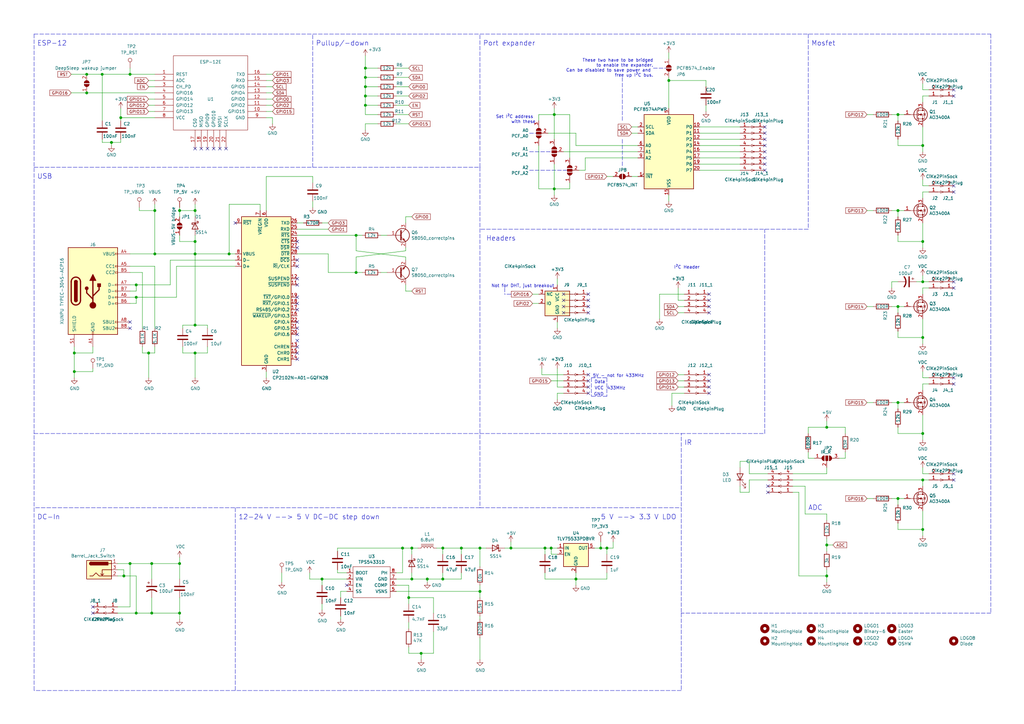
<source format=kicad_sch>
(kicad_sch (version 20210406) (generator eeschema)
  (paper "A3")
  (title_block (title "ESP-Hiro") (date "2021-01-31") (rev "1") (company "Binary-6"))
  (junction (at 30.48 144.78) (diameter 1.016))
  (junction (at 30.48 152.4) (diameter 1.016))
  (junction (at 35.56 30.48) (diameter 1.016))
  (junction (at 35.56 38.1) (diameter 1.016))
  (junction (at 41.91 30.48) (diameter 1.016))
  (junction (at 45.72 58.42) (diameter 1.016))
  (junction (at 49.53 48.26) (diameter 1.016))
  (junction (at 50.8 236.22) (diameter 1.016))
  (junction (at 53.34 30.48) (diameter 1.016))
  (junction (at 53.34 231.14) (diameter 1.016))
  (junction (at 55.88 116.84) (diameter 1.016))
  (junction (at 55.88 121.92) (diameter 1.016))
  (junction (at 55.88 251.46) (diameter 1.016))
  (junction (at 60.96 144.78) (diameter 1.016))
  (junction (at 62.23 231.14) (diameter 1.016))
  (junction (at 62.23 251.46) (diameter 1.016))
  (junction (at 63.5 86.36) (diameter 1.016))
  (junction (at 63.5 104.14) (diameter 1.016))
  (junction (at 73.66 86.36) (diameter 1.016))
  (junction (at 73.66 231.14) (diameter 1.016))
  (junction (at 73.66 251.46) (diameter 1.016))
  (junction (at 80.01 86.36) (diameter 1.016))
  (junction (at 80.01 99.06) (diameter 1.016))
  (junction (at 80.01 104.14) (diameter 1.016))
  (junction (at 80.01 133.35) (diameter 1.016))
  (junction (at 80.01 144.78) (diameter 1.016))
  (junction (at 93.98 104.14) (diameter 1.016))
  (junction (at 132.08 237.49) (diameter 1.016))
  (junction (at 146.05 96.52) (diameter 1.016))
  (junction (at 146.05 111.76) (diameter 1.016))
  (junction (at 149.86 27.94) (diameter 1.016))
  (junction (at 149.86 31.75) (diameter 1.016))
  (junction (at 149.86 35.56) (diameter 1.016))
  (junction (at 149.86 39.37) (diameter 1.016))
  (junction (at 149.86 43.18) (diameter 1.016))
  (junction (at 165.1 224.79) (diameter 1.016))
  (junction (at 167.64 245.11) (diameter 1.016))
  (junction (at 168.91 224.79) (diameter 1.016))
  (junction (at 168.91 237.49) (diameter 1.016))
  (junction (at 172.72 267.97) (diameter 1.016))
  (junction (at 175.26 237.49) (diameter 1.016))
  (junction (at 181.61 224.79) (diameter 1.016))
  (junction (at 181.61 237.49) (diameter 1.016))
  (junction (at 189.23 224.79) (diameter 1.016))
  (junction (at 196.85 224.79) (diameter 1.016))
  (junction (at 196.85 242.57) (diameter 1.016))
  (junction (at 209.55 224.79) (diameter 1.016))
  (junction (at 223.52 224.79) (diameter 1.016))
  (junction (at 226.06 224.79) (diameter 1.016))
  (junction (at 227.33 46.99) (diameter 1.016))
  (junction (at 227.33 77.47) (diameter 1.016))
  (junction (at 236.22 237.49) (diameter 1.016))
  (junction (at 246.38 224.79) (diameter 1.016))
  (junction (at 248.92 224.79) (diameter 1.016))
  (junction (at 274.32 33.02) (diameter 1.016))
  (junction (at 339.09 175.26) (diameter 1.016))
  (junction (at 339.09 223.52) (diameter 1.016))
  (junction (at 339.09 236.22) (diameter 1.016))
  (junction (at 368.3 46.99) (diameter 1.016))
  (junction (at 368.3 86.36) (diameter 1.016))
  (junction (at 368.3 125.73) (diameter 1.016))
  (junction (at 368.3 165.1) (diameter 1.016))
  (junction (at 368.3 204.47) (diameter 1.016))
  (junction (at 378.46 59.69) (diameter 1.016))
  (junction (at 378.46 99.06) (diameter 1.016))
  (junction (at 378.46 115.57) (diameter 1.016))
  (junction (at 378.46 138.43) (diameter 1.016))
  (junction (at 378.46 177.8) (diameter 1.016))
  (junction (at 378.46 196.85) (diameter 1.016))
  (junction (at 378.46 217.17) (diameter 1.016))
  (no_connect (at 38.1 248.92))
  (no_connect (at 38.1 251.46))
  (no_connect (at 53.34 132.08))
  (no_connect (at 53.34 134.62))
  (no_connect (at 80.01 60.96))
  (no_connect (at 82.55 60.96))
  (no_connect (at 85.09 60.96))
  (no_connect (at 87.63 60.96))
  (no_connect (at 90.17 60.96))
  (no_connect (at 92.71 60.96))
  (no_connect (at 96.52 91.44))
  (no_connect (at 121.92 99.06))
  (no_connect (at 121.92 101.6))
  (no_connect (at 121.92 106.68))
  (no_connect (at 121.92 109.22))
  (no_connect (at 121.92 114.3))
  (no_connect (at 121.92 116.84))
  (no_connect (at 121.92 121.92))
  (no_connect (at 121.92 124.46))
  (no_connect (at 121.92 127))
  (no_connect (at 121.92 132.08))
  (no_connect (at 121.92 134.62))
  (no_connect (at 121.92 137.16))
  (no_connect (at 121.92 139.7))
  (no_connect (at 121.92 142.24))
  (no_connect (at 121.92 144.78))
  (no_connect (at 121.92 147.32))
  (no_connect (at 142.24 240.03))
  (no_connect (at 231.14 120.65))
  (no_connect (at 231.14 123.19))
  (no_connect (at 231.14 125.73))
  (no_connect (at 231.14 128.27))
  (no_connect (at 241.3 120.65))
  (no_connect (at 241.3 123.19))
  (no_connect (at 241.3 125.73))
  (no_connect (at 241.3 128.27))
  (no_connect (at 241.3 153.67))
  (no_connect (at 241.3 156.21))
  (no_connect (at 241.3 158.75))
  (no_connect (at 241.3 161.29))
  (no_connect (at 290.83 120.65))
  (no_connect (at 290.83 123.19))
  (no_connect (at 290.83 125.73))
  (no_connect (at 290.83 128.27))
  (no_connect (at 290.83 153.67))
  (no_connect (at 290.83 156.21))
  (no_connect (at 290.83 158.75))
  (no_connect (at 290.83 161.29))
  (no_connect (at 313.69 52.07))
  (no_connect (at 313.69 54.61))
  (no_connect (at 313.69 57.15))
  (no_connect (at 313.69 59.69))
  (no_connect (at 313.69 62.23))
  (no_connect (at 313.69 64.77))
  (no_connect (at 313.69 67.31))
  (no_connect (at 313.69 69.85))
  (no_connect (at 314.96 199.39))
  (no_connect (at 314.96 201.93))
  (no_connect (at 391.16 36.83))
  (no_connect (at 391.16 39.37))
  (no_connect (at 391.16 76.2))
  (no_connect (at 391.16 78.74))
  (no_connect (at 391.16 115.57))
  (no_connect (at 391.16 118.11))
  (no_connect (at 391.16 154.94))
  (no_connect (at 391.16 157.48))
  (no_connect (at 391.16 194.31))
  (no_connect (at 391.16 196.85))
  (wire (pts (xy 29.21 30.48) (xy 35.56 30.48)))
  (wire (pts (xy 29.21 38.1) (xy 35.56 38.1)))
  (wire (pts (xy 30.48 142.24) (xy 30.48 144.78)))
  (wire (pts (xy 30.48 144.78) (xy 30.48 152.4)))
  (wire (pts (xy 30.48 152.4) (xy 30.48 154.94)))
  (wire (pts (xy 35.56 30.48) (xy 41.91 30.48)))
  (wire (pts (xy 35.56 38.1) (xy 63.5 38.1)))
  (wire (pts (xy 38.1 142.24) (xy 38.1 144.78)))
  (wire (pts (xy 38.1 144.78) (xy 30.48 144.78)))
  (wire (pts (xy 38.1 151.13) (xy 38.1 152.4)))
  (wire (pts (xy 38.1 152.4) (xy 30.48 152.4)))
  (wire (pts (xy 41.91 30.48) (xy 53.34 30.48)))
  (wire (pts (xy 41.91 49.53) (xy 41.91 30.48)))
  (wire (pts (xy 41.91 57.15) (xy 41.91 58.42)))
  (wire (pts (xy 41.91 58.42) (xy 45.72 58.42)))
  (wire (pts (xy 45.72 58.42) (xy 45.72 59.69)))
  (wire (pts (xy 45.72 58.42) (xy 49.53 58.42)))
  (wire (pts (xy 48.26 231.14) (xy 53.34 231.14)))
  (wire (pts (xy 48.26 233.68) (xy 50.8 233.68)))
  (wire (pts (xy 48.26 251.46) (xy 55.88 251.46)))
  (wire (pts (xy 49.53 44.45) (xy 49.53 48.26)))
  (wire (pts (xy 49.53 48.26) (xy 49.53 49.53)))
  (wire (pts (xy 49.53 57.15) (xy 49.53 58.42)))
  (wire (pts (xy 50.8 233.68) (xy 50.8 236.22)))
  (wire (pts (xy 50.8 236.22) (xy 48.26 236.22)))
  (wire (pts (xy 50.8 236.22) (xy 55.88 236.22)))
  (wire (pts (xy 53.34 27.94) (xy 53.34 30.48)))
  (wire (pts (xy 53.34 30.48) (xy 63.5 30.48)))
  (wire (pts (xy 53.34 104.14) (xy 63.5 104.14)))
  (wire (pts (xy 53.34 109.22) (xy 63.5 109.22)))
  (wire (pts (xy 53.34 111.76) (xy 58.42 111.76)))
  (wire (pts (xy 53.34 116.84) (xy 55.88 116.84)))
  (wire (pts (xy 53.34 119.38) (xy 55.88 119.38)))
  (wire (pts (xy 53.34 121.92) (xy 55.88 121.92)))
  (wire (pts (xy 53.34 124.46) (xy 55.88 124.46)))
  (wire (pts (xy 53.34 231.14) (xy 53.34 248.92)))
  (wire (pts (xy 53.34 231.14) (xy 62.23 231.14)))
  (wire (pts (xy 53.34 248.92) (xy 48.26 248.92)))
  (wire (pts (xy 55.88 116.84) (xy 69.85 116.84)))
  (wire (pts (xy 55.88 119.38) (xy 55.88 116.84)))
  (wire (pts (xy 55.88 121.92) (xy 72.39 121.92)))
  (wire (pts (xy 55.88 124.46) (xy 55.88 121.92)))
  (wire (pts (xy 55.88 236.22) (xy 55.88 251.46)))
  (wire (pts (xy 55.88 251.46) (xy 62.23 251.46)))
  (wire (pts (xy 57.15 85.09) (xy 57.15 86.36)))
  (wire (pts (xy 57.15 86.36) (xy 63.5 86.36)))
  (wire (pts (xy 58.42 111.76) (xy 58.42 134.62)))
  (wire (pts (xy 58.42 144.78) (xy 58.42 142.24)))
  (wire (pts (xy 60.96 33.02) (xy 63.5 33.02)))
  (wire (pts (xy 60.96 43.18) (xy 63.5 43.18)))
  (wire (pts (xy 60.96 144.78) (xy 58.42 144.78)))
  (wire (pts (xy 60.96 154.94) (xy 60.96 144.78)))
  (wire (pts (xy 62.23 231.14) (xy 62.23 237.49)))
  (wire (pts (xy 62.23 251.46) (xy 62.23 245.11)))
  (wire (pts (xy 63.5 35.56) (xy 60.96 35.56)))
  (wire (pts (xy 63.5 40.64) (xy 60.96 40.64)))
  (wire (pts (xy 63.5 45.72) (xy 60.96 45.72)))
  (wire (pts (xy 63.5 48.26) (xy 49.53 48.26)))
  (wire (pts (xy 63.5 83.82) (xy 63.5 86.36)))
  (wire (pts (xy 63.5 86.36) (xy 63.5 104.14)))
  (wire (pts (xy 63.5 104.14) (xy 80.01 104.14)))
  (wire (pts (xy 63.5 109.22) (xy 63.5 134.62)))
  (wire (pts (xy 63.5 142.24) (xy 63.5 144.78)))
  (wire (pts (xy 63.5 144.78) (xy 60.96 144.78)))
  (wire (pts (xy 69.85 106.68) (xy 69.85 116.84)))
  (wire (pts (xy 69.85 106.68) (xy 96.52 106.68)))
  (wire (pts (xy 72.39 109.22) (xy 72.39 121.92)))
  (wire (pts (xy 72.39 109.22) (xy 96.52 109.22)))
  (wire (pts (xy 73.66 85.09) (xy 73.66 86.36)))
  (wire (pts (xy 73.66 86.36) (xy 80.01 86.36)))
  (wire (pts (xy 73.66 88.9) (xy 73.66 86.36)))
  (wire (pts (xy 73.66 96.52) (xy 73.66 99.06)))
  (wire (pts (xy 73.66 99.06) (xy 80.01 99.06)))
  (wire (pts (xy 73.66 231.14) (xy 62.23 231.14)))
  (wire (pts (xy 73.66 231.14) (xy 73.66 228.6)))
  (wire (pts (xy 73.66 237.49) (xy 73.66 231.14)))
  (wire (pts (xy 73.66 245.11) (xy 73.66 251.46)))
  (wire (pts (xy 73.66 251.46) (xy 62.23 251.46)))
  (wire (pts (xy 73.66 251.46) (xy 73.66 254)))
  (wire (pts (xy 74.93 133.35) (xy 74.93 134.62)))
  (wire (pts (xy 74.93 144.78) (xy 74.93 142.24)))
  (wire (pts (xy 80.01 83.82) (xy 80.01 86.36)))
  (wire (pts (xy 80.01 86.36) (xy 80.01 88.9)))
  (wire (pts (xy 80.01 99.06) (xy 80.01 96.52)))
  (wire (pts (xy 80.01 99.06) (xy 80.01 104.14)))
  (wire (pts (xy 80.01 104.14) (xy 80.01 133.35)))
  (wire (pts (xy 80.01 104.14) (xy 93.98 104.14)))
  (wire (pts (xy 80.01 133.35) (xy 74.93 133.35)))
  (wire (pts (xy 80.01 133.35) (xy 85.09 133.35)))
  (wire (pts (xy 80.01 144.78) (xy 74.93 144.78)))
  (wire (pts (xy 80.01 144.78) (xy 80.01 154.94)))
  (wire (pts (xy 85.09 133.35) (xy 85.09 134.62)))
  (wire (pts (xy 85.09 142.24) (xy 85.09 144.78)))
  (wire (pts (xy 85.09 144.78) (xy 80.01 144.78)))
  (wire (pts (xy 93.98 83.82) (xy 93.98 104.14)))
  (wire (pts (xy 93.98 83.82) (xy 106.68 83.82)))
  (wire (pts (xy 93.98 104.14) (xy 96.52 104.14)))
  (wire (pts (xy 106.68 83.82) (xy 106.68 86.36)))
  (wire (pts (xy 109.22 30.48) (xy 111.76 30.48)))
  (wire (pts (xy 109.22 35.56) (xy 111.76 35.56)))
  (wire (pts (xy 109.22 43.18) (xy 111.76 43.18)))
  (wire (pts (xy 109.22 48.26) (xy 111.76 48.26)))
  (wire (pts (xy 109.22 72.39) (xy 109.22 86.36)))
  (wire (pts (xy 109.22 72.39) (xy 128.27 72.39)))
  (wire (pts (xy 109.22 152.4) (xy 109.22 154.94)))
  (wire (pts (xy 111.76 33.02) (xy 109.22 33.02)))
  (wire (pts (xy 111.76 38.1) (xy 109.22 38.1)))
  (wire (pts (xy 111.76 40.64) (xy 109.22 40.64)))
  (wire (pts (xy 111.76 45.72) (xy 109.22 45.72)))
  (wire (pts (xy 111.76 48.26) (xy 111.76 50.8)))
  (wire (pts (xy 115.57 234.95) (xy 115.57 238.76)))
  (wire (pts (xy 121.92 91.44) (xy 124.46 91.44)))
  (wire (pts (xy 121.92 93.98) (xy 134.62 93.98)))
  (wire (pts (xy 121.92 96.52) (xy 146.05 96.52)))
  (wire (pts (xy 121.92 104.14) (xy 134.62 104.14)))
  (wire (pts (xy 127 237.49) (xy 127 234.95)))
  (wire (pts (xy 127 237.49) (xy 132.08 237.49)))
  (wire (pts (xy 128.27 72.39) (xy 128.27 74.93)))
  (wire (pts (xy 128.27 82.55) (xy 128.27 85.09)))
  (wire (pts (xy 132.08 91.44) (xy 134.62 91.44)))
  (wire (pts (xy 132.08 237.49) (xy 132.08 240.03)))
  (wire (pts (xy 132.08 250.19) (xy 132.08 247.65)))
  (wire (pts (xy 134.62 104.14) (xy 134.62 111.76)))
  (wire (pts (xy 134.62 111.76) (xy 146.05 111.76)))
  (wire (pts (xy 138.43 224.79) (xy 138.43 226.06)))
  (wire (pts (xy 138.43 224.79) (xy 165.1 224.79)))
  (wire (pts (xy 138.43 234.95) (xy 138.43 233.68)))
  (wire (pts (xy 139.7 242.57) (xy 139.7 245.11)))
  (wire (pts (xy 139.7 252.73) (xy 139.7 254)))
  (wire (pts (xy 142.24 234.95) (xy 138.43 234.95)))
  (wire (pts (xy 142.24 237.49) (xy 132.08 237.49)))
  (wire (pts (xy 142.24 242.57) (xy 139.7 242.57)))
  (wire (pts (xy 146.05 96.52) (xy 148.59 96.52)))
  (wire (pts (xy 146.05 102.87) (xy 146.05 96.52)))
  (wire (pts (xy 146.05 105.41) (xy 146.05 111.76)))
  (wire (pts (xy 146.05 111.76) (xy 148.59 111.76)))
  (wire (pts (xy 149.86 22.86) (xy 149.86 27.94)))
  (wire (pts (xy 149.86 27.94) (xy 149.86 31.75)))
  (wire (pts (xy 149.86 31.75) (xy 149.86 35.56)))
  (wire (pts (xy 149.86 35.56) (xy 149.86 39.37)))
  (wire (pts (xy 149.86 35.56) (xy 154.94 35.56)))
  (wire (pts (xy 149.86 39.37) (xy 149.86 43.18)))
  (wire (pts (xy 149.86 39.37) (xy 154.94 39.37)))
  (wire (pts (xy 149.86 43.18) (xy 149.86 46.99)))
  (wire (pts (xy 149.86 43.18) (xy 154.94 43.18)))
  (wire (pts (xy 149.86 46.99) (xy 154.94 46.99)))
  (wire (pts (xy 149.86 50.8) (xy 149.86 53.34)))
  (wire (pts (xy 149.86 50.8) (xy 154.94 50.8)))
  (wire (pts (xy 154.94 27.94) (xy 149.86 27.94)))
  (wire (pts (xy 154.94 31.75) (xy 149.86 31.75)))
  (wire (pts (xy 156.21 96.52) (xy 158.75 96.52)))
  (wire (pts (xy 156.21 111.76) (xy 158.75 111.76)))
  (wire (pts (xy 162.56 31.75) (xy 167.64 31.75)))
  (wire (pts (xy 162.56 35.56) (xy 167.64 35.56)))
  (wire (pts (xy 162.56 46.99) (xy 167.64 46.99)))
  (wire (pts (xy 162.56 234.95) (xy 165.1 234.95)))
  (wire (pts (xy 162.56 237.49) (xy 168.91 237.49)))
  (wire (pts (xy 162.56 240.03) (xy 167.64 240.03)))
  (wire (pts (xy 162.56 242.57) (xy 196.85 242.57)))
  (wire (pts (xy 165.1 224.79) (xy 165.1 234.95)))
  (wire (pts (xy 166.37 88.9) (xy 168.91 88.9)))
  (wire (pts (xy 166.37 91.44) (xy 166.37 88.9)))
  (wire (pts (xy 166.37 101.6) (xy 166.37 102.87)))
  (wire (pts (xy 166.37 102.87) (xy 146.05 105.41)))
  (wire (pts (xy 166.37 105.41) (xy 146.05 102.87)))
  (wire (pts (xy 166.37 106.68) (xy 166.37 105.41)))
  (wire (pts (xy 166.37 116.84) (xy 166.37 119.38)))
  (wire (pts (xy 166.37 119.38) (xy 168.91 119.38)))
  (wire (pts (xy 167.64 27.94) (xy 162.56 27.94)))
  (wire (pts (xy 167.64 39.37) (xy 162.56 39.37)))
  (wire (pts (xy 167.64 43.18) (xy 162.56 43.18)))
  (wire (pts (xy 167.64 50.8) (xy 162.56 50.8)))
  (wire (pts (xy 167.64 240.03) (xy 167.64 245.11)))
  (wire (pts (xy 167.64 245.11) (xy 167.64 247.65)))
  (wire (pts (xy 167.64 245.11) (xy 177.8 245.11)))
  (wire (pts (xy 167.64 255.27) (xy 167.64 257.81)))
  (wire (pts (xy 167.64 265.43) (xy 167.64 267.97)))
  (wire (pts (xy 167.64 267.97) (xy 172.72 267.97)))
  (wire (pts (xy 168.91 224.79) (xy 165.1 224.79)))
  (wire (pts (xy 168.91 224.79) (xy 168.91 227.33)))
  (wire (pts (xy 168.91 224.79) (xy 171.45 224.79)))
  (wire (pts (xy 168.91 237.49) (xy 168.91 234.95)))
  (wire (pts (xy 168.91 237.49) (xy 175.26 237.49)))
  (wire (pts (xy 172.72 267.97) (xy 177.8 267.97)))
  (wire (pts (xy 172.72 270.51) (xy 172.72 267.97)))
  (wire (pts (xy 175.26 237.49) (xy 181.61 237.49)))
  (wire (pts (xy 175.26 238.76) (xy 175.26 237.49)))
  (wire (pts (xy 177.8 245.11) (xy 177.8 251.46)))
  (wire (pts (xy 177.8 267.97) (xy 177.8 259.08)))
  (wire (pts (xy 179.07 224.79) (xy 181.61 224.79)))
  (wire (pts (xy 181.61 224.79) (xy 181.61 227.33)))
  (wire (pts (xy 181.61 224.79) (xy 189.23 224.79)))
  (wire (pts (xy 181.61 237.49) (xy 181.61 234.95)))
  (wire (pts (xy 189.23 224.79) (xy 189.23 227.33)))
  (wire (pts (xy 189.23 224.79) (xy 196.85 224.79)))
  (wire (pts (xy 189.23 234.95) (xy 189.23 237.49)))
  (wire (pts (xy 189.23 237.49) (xy 181.61 237.49)))
  (wire (pts (xy 196.85 224.79) (xy 199.39 224.79)))
  (wire (pts (xy 196.85 232.41) (xy 196.85 224.79)))
  (wire (pts (xy 196.85 242.57) (xy 196.85 240.03)))
  (wire (pts (xy 196.85 245.11) (xy 196.85 242.57)))
  (wire (pts (xy 196.85 252.73) (xy 196.85 254)))
  (wire (pts (xy 196.85 261.62) (xy 196.85 270.51)))
  (wire (pts (xy 207.01 224.79) (xy 209.55 224.79)))
  (wire (pts (xy 209.55 222.25) (xy 209.55 224.79)))
  (wire (pts (xy 209.55 224.79) (xy 223.52 224.79)))
  (wire (pts (xy 218.44 120.65) (xy 220.98 120.65)))
  (wire (pts (xy 218.44 124.46) (xy 220.98 124.46)))
  (wire (pts (xy 220.98 46.99) (xy 227.33 46.99)))
  (wire (pts (xy 220.98 49.53) (xy 220.98 46.99)))
  (wire (pts (xy 220.98 59.69) (xy 220.98 77.47)))
  (wire (pts (xy 220.98 77.47) (xy 227.33 77.47)))
  (wire (pts (xy 222.25 153.67) (xy 222.25 151.13)))
  (wire (pts (xy 222.25 153.67) (xy 231.14 153.67)))
  (wire (pts (xy 223.52 227.33) (xy 223.52 224.79)))
  (wire (pts (xy 223.52 234.95) (xy 223.52 237.49)))
  (wire (pts (xy 223.52 237.49) (xy 236.22 237.49)))
  (wire (pts (xy 226.06 156.21) (xy 231.14 156.21)))
  (wire (pts (xy 226.06 224.79) (xy 223.52 224.79)))
  (wire (pts (xy 226.06 224.79) (xy 228.6 224.79)))
  (wire (pts (xy 226.06 227.33) (xy 226.06 224.79)))
  (wire (pts (xy 227.33 44.45) (xy 227.33 46.99)))
  (wire (pts (xy 227.33 46.99) (xy 227.33 57.15)))
  (wire (pts (xy 227.33 67.31) (xy 227.33 77.47)))
  (wire (pts (xy 227.33 77.47) (xy 227.33 80.01)))
  (wire (pts (xy 227.33 77.47) (xy 233.68 77.47)))
  (wire (pts (xy 228.6 116.84) (xy 228.6 114.3)))
  (wire (pts (xy 228.6 134.62) (xy 228.6 132.08)))
  (wire (pts (xy 228.6 151.13) (xy 228.6 158.75)))
  (wire (pts (xy 228.6 161.29) (xy 228.6 163.83)))
  (wire (pts (xy 228.6 227.33) (xy 226.06 227.33)))
  (wire (pts (xy 231.14 62.23) (xy 261.62 62.23)))
  (wire (pts (xy 231.14 158.75) (xy 228.6 158.75)))
  (wire (pts (xy 231.14 161.29) (xy 228.6 161.29)))
  (wire (pts (xy 233.68 46.99) (xy 227.33 46.99)))
  (wire (pts (xy 233.68 46.99) (xy 233.68 64.77)))
  (wire (pts (xy 233.68 77.47) (xy 233.68 74.93)))
  (wire (pts (xy 236.22 54.61) (xy 224.79 54.61)))
  (wire (pts (xy 236.22 59.69) (xy 236.22 54.61)))
  (wire (pts (xy 236.22 234.95) (xy 236.22 237.49)))
  (wire (pts (xy 236.22 237.49) (xy 248.92 237.49)))
  (wire (pts (xy 236.22 240.03) (xy 236.22 237.49)))
  (wire (pts (xy 240.03 64.77) (xy 240.03 69.85)))
  (wire (pts (xy 240.03 69.85) (xy 237.49 69.85)))
  (wire (pts (xy 243.84 224.79) (xy 246.38 224.79)))
  (wire (pts (xy 246.38 222.25) (xy 246.38 224.79)))
  (wire (pts (xy 246.38 224.79) (xy 248.92 224.79)))
  (wire (pts (xy 248.92 72.39) (xy 251.46 72.39)))
  (wire (pts (xy 248.92 224.79) (xy 251.46 224.79)))
  (wire (pts (xy 248.92 227.33) (xy 248.92 224.79)))
  (wire (pts (xy 248.92 234.95) (xy 248.92 237.49)))
  (wire (pts (xy 251.46 224.79) (xy 251.46 222.25)))
  (wire (pts (xy 259.08 52.07) (xy 261.62 52.07)))
  (wire (pts (xy 259.08 54.61) (xy 261.62 54.61)))
  (wire (pts (xy 259.08 72.39) (xy 261.62 72.39)))
  (wire (pts (xy 261.62 59.69) (xy 236.22 59.69)))
  (wire (pts (xy 261.62 64.77) (xy 240.03 64.77)))
  (wire (pts (xy 270.51 120.65) (xy 270.51 130.81)))
  (wire (pts (xy 274.32 21.59) (xy 274.32 24.13)))
  (wire (pts (xy 274.32 31.75) (xy 274.32 33.02)))
  (wire (pts (xy 274.32 33.02) (xy 274.32 44.45)))
  (wire (pts (xy 274.32 80.01) (xy 274.32 82.55)))
  (wire (pts (xy 275.59 161.29) (xy 275.59 166.37)))
  (wire (pts (xy 278.13 118.11) (xy 278.13 123.19)))
  (wire (pts (xy 278.13 125.73) (xy 280.67 125.73)))
  (wire (pts (xy 278.13 128.27) (xy 280.67 128.27)))
  (wire (pts (xy 278.13 153.67) (xy 280.67 153.67)))
  (wire (pts (xy 278.13 156.21) (xy 280.67 156.21)))
  (wire (pts (xy 278.13 158.75) (xy 280.67 158.75)))
  (wire (pts (xy 280.67 120.65) (xy 270.51 120.65)))
  (wire (pts (xy 280.67 123.19) (xy 278.13 123.19)))
  (wire (pts (xy 280.67 161.29) (xy 275.59 161.29)))
  (wire (pts (xy 287.02 52.07) (xy 303.53 52.07)))
  (wire (pts (xy 287.02 54.61) (xy 303.53 54.61)))
  (wire (pts (xy 287.02 57.15) (xy 303.53 57.15)))
  (wire (pts (xy 287.02 59.69) (xy 303.53 59.69)))
  (wire (pts (xy 287.02 62.23) (xy 303.53 62.23)))
  (wire (pts (xy 287.02 64.77) (xy 303.53 64.77)))
  (wire (pts (xy 287.02 67.31) (xy 303.53 67.31)))
  (wire (pts (xy 287.02 69.85) (xy 303.53 69.85)))
  (wire (pts (xy 289.56 33.02) (xy 274.32 33.02)))
  (wire (pts (xy 289.56 35.56) (xy 289.56 33.02)))
  (wire (pts (xy 289.56 43.18) (xy 289.56 45.72)))
  (wire (pts (xy 303.53 189.23) (xy 307.34 189.23)))
  (wire (pts (xy 303.53 191.77) (xy 303.53 189.23)))
  (wire (pts (xy 303.53 199.39) (xy 303.53 201.93)))
  (wire (pts (xy 303.53 201.93) (xy 307.34 201.93)))
  (wire (pts (xy 307.34 189.23) (xy 307.34 194.31)))
  (wire (pts (xy 307.34 194.31) (xy 314.96 194.31)))
  (wire (pts (xy 307.34 196.85) (xy 314.96 196.85)))
  (wire (pts (xy 307.34 201.93) (xy 307.34 196.85)))
  (wire (pts (xy 325.12 196.85) (xy 378.46 196.85)))
  (wire (pts (xy 325.12 199.39) (xy 330.2 199.39)))
  (wire (pts (xy 325.12 201.93) (xy 327.66 201.93)))
  (wire (pts (xy 327.66 201.93) (xy 327.66 236.22)))
  (wire (pts (xy 327.66 236.22) (xy 339.09 236.22)))
  (wire (pts (xy 330.2 210.82) (xy 330.2 199.39)))
  (wire (pts (xy 330.2 210.82) (xy 339.09 210.82)))
  (wire (pts (xy 331.47 175.26) (xy 331.47 177.8)))
  (wire (pts (xy 331.47 175.26) (xy 339.09 175.26)))
  (wire (pts (xy 331.47 187.96) (xy 331.47 185.42)))
  (wire (pts (xy 334.01 187.96) (xy 331.47 187.96)))
  (wire (pts (xy 339.09 172.72) (xy 339.09 175.26)))
  (wire (pts (xy 339.09 175.26) (xy 346.71 175.26)))
  (wire (pts (xy 339.09 191.77) (xy 339.09 194.31)))
  (wire (pts (xy 339.09 194.31) (xy 325.12 194.31)))
  (wire (pts (xy 339.09 213.36) (xy 339.09 210.82)))
  (wire (pts (xy 339.09 220.98) (xy 339.09 223.52)))
  (wire (pts (xy 339.09 223.52) (xy 339.09 226.06)))
  (wire (pts (xy 339.09 223.52) (xy 341.63 223.52)))
  (wire (pts (xy 339.09 236.22) (xy 339.09 233.68)))
  (wire (pts (xy 339.09 238.76) (xy 339.09 236.22)))
  (wire (pts (xy 344.17 187.96) (xy 346.71 187.96)))
  (wire (pts (xy 346.71 175.26) (xy 346.71 177.8)))
  (wire (pts (xy 346.71 187.96) (xy 346.71 185.42)))
  (wire (pts (xy 358.14 46.99) (xy 355.6 46.99)))
  (wire (pts (xy 358.14 86.36) (xy 355.6 86.36)))
  (wire (pts (xy 358.14 125.73) (xy 355.6 125.73)))
  (wire (pts (xy 358.14 165.1) (xy 355.6 165.1)))
  (wire (pts (xy 358.14 204.47) (xy 355.6 204.47)))
  (wire (pts (xy 365.76 46.99) (xy 368.3 46.99)))
  (wire (pts (xy 365.76 86.36) (xy 368.3 86.36)))
  (wire (pts (xy 365.76 115.57) (xy 365.76 118.11)))
  (wire (pts (xy 365.76 125.73) (xy 368.3 125.73)))
  (wire (pts (xy 365.76 165.1) (xy 368.3 165.1)))
  (wire (pts (xy 365.76 204.47) (xy 368.3 204.47)))
  (wire (pts (xy 368.3 46.99) (xy 370.84 46.99)))
  (wire (pts (xy 368.3 49.53) (xy 368.3 46.99)))
  (wire (pts (xy 368.3 57.15) (xy 368.3 59.69)))
  (wire (pts (xy 368.3 59.69) (xy 378.46 59.69)))
  (wire (pts (xy 368.3 86.36) (xy 370.84 86.36)))
  (wire (pts (xy 368.3 88.9) (xy 368.3 86.36)))
  (wire (pts (xy 368.3 96.52) (xy 368.3 99.06)))
  (wire (pts (xy 368.3 99.06) (xy 378.46 99.06)))
  (wire (pts (xy 368.3 115.57) (xy 365.76 115.57)))
  (wire (pts (xy 368.3 125.73) (xy 370.84 125.73)))
  (wire (pts (xy 368.3 128.27) (xy 368.3 125.73)))
  (wire (pts (xy 368.3 135.89) (xy 368.3 138.43)))
  (wire (pts (xy 368.3 138.43) (xy 378.46 138.43)))
  (wire (pts (xy 368.3 165.1) (xy 370.84 165.1)))
  (wire (pts (xy 368.3 167.64) (xy 368.3 165.1)))
  (wire (pts (xy 368.3 175.26) (xy 368.3 177.8)))
  (wire (pts (xy 368.3 177.8) (xy 378.46 177.8)))
  (wire (pts (xy 368.3 204.47) (xy 370.84 204.47)))
  (wire (pts (xy 368.3 207.01) (xy 368.3 204.47)))
  (wire (pts (xy 368.3 214.63) (xy 368.3 217.17)))
  (wire (pts (xy 368.3 217.17) (xy 378.46 217.17)))
  (wire (pts (xy 375.92 115.57) (xy 378.46 115.57)))
  (wire (pts (xy 378.46 36.83) (xy 378.46 34.29)))
  (wire (pts (xy 378.46 39.37) (xy 381 39.37)))
  (wire (pts (xy 378.46 41.91) (xy 378.46 39.37)))
  (wire (pts (xy 378.46 52.07) (xy 378.46 59.69)))
  (wire (pts (xy 378.46 59.69) (xy 378.46 62.23)))
  (wire (pts (xy 378.46 76.2) (xy 378.46 73.66)))
  (wire (pts (xy 378.46 78.74) (xy 381 78.74)))
  (wire (pts (xy 378.46 81.28) (xy 378.46 78.74)))
  (wire (pts (xy 378.46 91.44) (xy 378.46 99.06)))
  (wire (pts (xy 378.46 99.06) (xy 378.46 101.6)))
  (wire (pts (xy 378.46 115.57) (xy 378.46 113.03)))
  (wire (pts (xy 378.46 118.11) (xy 381 118.11)))
  (wire (pts (xy 378.46 120.65) (xy 378.46 118.11)))
  (wire (pts (xy 378.46 130.81) (xy 378.46 138.43)))
  (wire (pts (xy 378.46 138.43) (xy 378.46 140.97)))
  (wire (pts (xy 378.46 154.94) (xy 378.46 152.4)))
  (wire (pts (xy 378.46 157.48) (xy 381 157.48)))
  (wire (pts (xy 378.46 160.02) (xy 378.46 157.48)))
  (wire (pts (xy 378.46 170.18) (xy 378.46 177.8)))
  (wire (pts (xy 378.46 177.8) (xy 378.46 180.34)))
  (wire (pts (xy 378.46 194.31) (xy 378.46 191.77)))
  (wire (pts (xy 378.46 196.85) (xy 381 196.85)))
  (wire (pts (xy 378.46 199.39) (xy 378.46 196.85)))
  (wire (pts (xy 378.46 209.55) (xy 378.46 217.17)))
  (wire (pts (xy 378.46 217.17) (xy 378.46 219.71)))
  (wire (pts (xy 381 36.83) (xy 378.46 36.83)))
  (wire (pts (xy 381 76.2) (xy 378.46 76.2)))
  (wire (pts (xy 381 115.57) (xy 378.46 115.57)))
  (wire (pts (xy 381 154.94) (xy 378.46 154.94)))
  (wire (pts (xy 381 194.31) (xy 378.46 194.31)))
  (polyline (pts (xy 13.97 13.97) (xy 13.97 283.21)) (stroke (width 0) (type dash)))
  (polyline (pts (xy 13.97 13.97) (xy 406.4 13.97)) (stroke (width 0) (type dash)))
  (polyline (pts (xy 13.97 68.58) (xy 128.27 68.58)) (stroke (width 0) (type dash)))
  (polyline (pts (xy 13.97 177.8) (xy 279.4 177.8)) (stroke (width 0) (type dash)))
  (polyline (pts (xy 96.52 208.28) (xy 96.52 283.21)) (stroke (width 0) (type dash)))
  (polyline (pts (xy 128.27 68.58) (xy 128.27 13.97)) (stroke (width 0) (type dash)))
  (polyline (pts (xy 128.27 68.58) (xy 196.85 68.58)) (stroke (width 0) (type dash)))
  (polyline (pts (xy 196.85 68.58) (xy 196.85 13.97)) (stroke (width 0) (type dash)))
  (polyline (pts (xy 196.85 68.58) (xy 196.85 208.28)) (stroke (width 0) (type dash)))
  (polyline (pts (xy 196.85 208.28) (xy 13.97 208.28)) (stroke (width 0) (type dash)))
  (polyline (pts (xy 196.85 208.28) (xy 279.4 208.28)) (stroke (width 0) (type dash)))
  (polyline (pts (xy 207.01 118.11) (xy 207.01 120.65)) (stroke (width 0) (type dash)))
  (polyline (pts (xy 209.55 120.65) (xy 207.01 120.65)) (stroke (width 0) (type dash)))
  (polyline (pts (xy 217.17 54.61) (xy 219.71 54.61)) (stroke (width 0) (type dash)))
  (polyline (pts (xy 217.17 62.23) (xy 226.06 62.23)) (stroke (width 0) (type dash)))
  (polyline (pts (xy 217.17 69.85) (xy 232.41 69.85)) (stroke (width 0) (type dash)))
  (polyline (pts (xy 242.57 154.94) (xy 242.57 162.56)) (stroke (width 0) (type dash)))
  (polyline (pts (xy 242.57 154.94) (xy 248.92 154.94)) (stroke (width 0) (type dash)))
  (polyline (pts (xy 248.92 154.94) (xy 248.92 162.56)) (stroke (width 0) (type dash)))
  (polyline (pts (xy 248.92 162.56) (xy 242.57 162.56)) (stroke (width 0) (type dash)))
  (polyline (pts (xy 255.27 31.75) (xy 255.27 49.53)) (stroke (width 0) (type dash)))
  (polyline (pts (xy 255.27 57.15) (xy 255.27 68.58)) (stroke (width 0) (type dash)))
  (polyline (pts (xy 267.97 27.94) (xy 273.05 27.94)) (stroke (width 0) (type dash)))
  (polyline (pts (xy 279.4 177.8) (xy 313.69 177.8)) (stroke (width 0) (type dash)))
  (polyline (pts (xy 279.4 196.85) (xy 279.4 177.8)) (stroke (width 0) (type dash)))
  (polyline (pts (xy 279.4 196.85) (xy 279.4 251.46)) (stroke (width 0) (type dash)))
  (polyline (pts (xy 279.4 251.46) (xy 279.4 251.46)) (stroke (width 0) (type dash)))
  (polyline (pts (xy 279.4 251.46) (xy 279.4 283.21)) (stroke (width 0) (type dash)))
  (polyline (pts (xy 279.4 283.21) (xy 13.97 283.21)) (stroke (width 0) (type dash)))
  (polyline (pts (xy 313.69 177.8) (xy 313.69 93.98)) (stroke (width 0) (type dash)))
  (polyline (pts (xy 331.47 13.97) (xy 331.47 93.98)) (stroke (width 0) (type dash)))
  (polyline (pts (xy 331.47 93.98) (xy 196.85 93.98)) (stroke (width 0) (type dash)))
  (polyline (pts (xy 406.4 13.97) (xy 406.4 251.46)) (stroke (width 0) (type dash)))
  (polyline (pts (xy 406.4 251.46) (xy 279.4 251.46)) (stroke (width 0) (type dash)))
  (text "ESP-12" (at 15.24 19.05 0) (effects (font (size 2 2)) (justify left bottom)))
  (text "USB " (at 15.24 73.66 0) (effects (font (size 2 2)) (justify left bottom)))
  (text "DC-In" (at 15.24 213.36 0) (effects (font (size 2 2)) (justify left bottom)))
  (text "12-24 V --> 5 V DC-DC step down\n" (at 97.79 213.36 0) (effects (font (size 2 2)) (justify left bottom)))
  (text "Pullup/-down" (at 129.54 19.05 0) (effects (font (size 2 2)) (justify left bottom)))
  (text "Port expander" (at 198.12 19.05 0) (effects (font (size 2 2)) (justify left bottom)))
  (text "Headers" (at 199.39 99.06 0) (effects (font (size 2 2)) (justify left bottom)))
  (text "Set I²C address \nwith these" (at 219.71 50.8 180) (effects (font (size 1.27 1.27)) (justify right bottom)))
  (text "Not for DHT, just breakout" (at 227.33 118.11 180) (effects (font (size 1.27 1.27)) (justify right bottom)))
  (text "5 V --> 3.3 V LDO" (at 246.38 213.36 0) (effects (font (size 2 2)) (justify left bottom)))
  (text "VCC" (at 247.65 160.02 180) (effects (font (size 1.27 1.27)) (justify right bottom)))
  (text "GND" (at 247.65 162.56 180) (effects (font (size 1.27 1.27)) (justify right bottom)))
  (text "Data" (at 248.285 157.48 180) (effects (font (size 1.27 1.27)) (justify right bottom)))
  (text "433MHz" (at 256.54 160.02 180) (effects (font (size 1.27 1.27)) (justify right bottom)))
  (text "5V - not for 433MHz" (at 264.16 154.94 180) (effects (font (size 1.27 1.27)) (justify right bottom)))
  (text "These two have to be bridged\nto enable the expander.\nCan be disabled to save power and \nfree up I²C bus." (at 267.97 31.75 0) (effects (font (size 1.27 1.27)) (justify right bottom)))
  (text "IR" (at 280.67 182.88 0) (effects (font (size 2 2)) (justify left bottom)))
  (text "I²C Header" (at 287.02 110.49 180) (effects (font (size 1.27 1.27)) (justify right bottom)))
  (text "ADC" (at 331.47 209.55 0) (effects (font (size 2 2)) (justify left bottom)))
  (text "Mosfet" (at 332.74 19.05 0) (effects (font (size 2 2)) (justify left bottom)))
  (global_label "RST" (shape input) (at 29.21 30.48 180) (effects (font (size 1.1938 1.1938))) (property "Intersheet References" "${INTERSHEET_REFS}" (effects hide)))
  (global_label "GPIO16" (shape input) (at 29.21 38.1 180) (effects (font (size 1.1938 1.1938))) (property "Intersheet References" "${INTERSHEET_REFS}" (effects hide)))
  (global_label "ADC" (shape input) (at 60.96 33.02 180) (effects (font (size 1.1938 1.1938))) (property "Intersheet References" "${INTERSHEET_REFS}" (effects hide)))
  (global_label "EN" (shape input) (at 60.96 35.56 180) (effects (font (size 1.1938 1.1938))) (property "Intersheet References" "${INTERSHEET_REFS}" (effects hide)))
  (global_label "GPIO14" (shape input) (at 60.96 40.64 180) (effects (font (size 1.1938 1.1938))) (property "Intersheet References" "${INTERSHEET_REFS}" (effects hide)))
  (global_label "GPIO12" (shape input) (at 60.96 43.18 180) (effects (font (size 1.1938 1.1938))) (property "Intersheet References" "${INTERSHEET_REFS}" (effects hide)))
  (global_label "GPIO13" (shape input) (at 60.96 45.72 180) (effects (font (size 1.1938 1.1938))) (property "Intersheet References" "${INTERSHEET_REFS}" (effects hide)))
  (global_label "GPIO1" (shape input) (at 111.76 30.48 0) (effects (font (size 1.1938 1.1938))) (property "Intersheet References" "${INTERSHEET_REFS}" (effects hide)))
  (global_label "GPIO3" (shape input) (at 111.76 33.02 0) (effects (font (size 1.1938 1.1938))) (property "Intersheet References" "${INTERSHEET_REFS}" (effects hide)))
  (global_label "SCL" (shape input) (at 111.76 35.56 0) (effects (font (size 1.1938 1.1938))) (property "Intersheet References" "${INTERSHEET_REFS}" (effects hide)))
  (global_label "SDA" (shape input) (at 111.76 38.1 0) (effects (font (size 1.1938 1.1938))) (property "Intersheet References" "${INTERSHEET_REFS}" (effects hide)))
  (global_label "GPIO0" (shape input) (at 111.76 40.64 0) (effects (font (size 1.1938 1.1938))) (property "Intersheet References" "${INTERSHEET_REFS}" (effects hide)))
  (global_label "GPIO2" (shape input) (at 111.76 43.18 0) (effects (font (size 1.1938 1.1938))) (property "Intersheet References" "${INTERSHEET_REFS}" (effects hide)))
  (global_label "GPIO15" (shape input) (at 111.76 45.72 0) (effects (font (size 1.1938 1.1938))) (property "Intersheet References" "${INTERSHEET_REFS}" (effects hide)))
  (global_label "GPIO3" (shape input) (at 134.62 91.44 0) (effects (font (size 1.1938 1.1938))) (property "Intersheet References" "${INTERSHEET_REFS}" (effects hide)))
  (global_label "GPIO1" (shape input) (at 134.62 93.98 0) (effects (font (size 1.1938 1.1938))) (property "Intersheet References" "${INTERSHEET_REFS}" (effects hide)))
  (global_label "SCL" (shape input) (at 167.64 27.94 0) (effects (font (size 1.1938 1.1938))) (property "Intersheet References" "${INTERSHEET_REFS}" (effects hide)))
  (global_label "SDA" (shape input) (at 167.64 31.75 0) (effects (font (size 1.1938 1.1938))) (property "Intersheet References" "${INTERSHEET_REFS}" (effects hide)))
  (global_label "GPIO0" (shape input) (at 167.64 35.56 0) (effects (font (size 1.1938 1.1938))) (property "Intersheet References" "${INTERSHEET_REFS}" (effects hide)))
  (global_label "GPIO2" (shape input) (at 167.64 39.37 0) (effects (font (size 1.1938 1.1938))) (property "Intersheet References" "${INTERSHEET_REFS}" (effects hide)))
  (global_label "EN" (shape input) (at 167.64 43.18 0) (effects (font (size 1.1938 1.1938))) (property "Intersheet References" "${INTERSHEET_REFS}" (effects hide)))
  (global_label "RST" (shape input) (at 167.64 46.99 0) (effects (font (size 1.1938 1.1938))) (property "Intersheet References" "${INTERSHEET_REFS}" (effects hide)))
  (global_label "GPIO15" (shape input) (at 167.64 50.8 0) (effects (font (size 1.1938 1.1938))) (property "Intersheet References" "${INTERSHEET_REFS}" (effects hide)))
  (global_label "GPIO0" (shape input) (at 168.91 88.9 0) (effects (font (size 1.1938 1.1938))) (property "Intersheet References" "${INTERSHEET_REFS}" (effects hide)))
  (global_label "RST" (shape input) (at 168.91 119.38 0) (effects (font (size 1.1938 1.1938))) (property "Intersheet References" "${INTERSHEET_REFS}" (effects hide)))
  (global_label "GPIO16" (shape input) (at 218.44 120.65 180) (effects (font (size 1.1938 1.1938))) (property "Intersheet References" "${INTERSHEET_REFS}" (effects hide)))
  (global_label "GPIO2" (shape input) (at 218.44 124.46 180) (effects (font (size 1.194 1.194))) (property "Intersheet References" "${INTERSHEET_REFS}" (effects hide)))
  (global_label "GPIO15" (shape input) (at 226.06 156.21 180) (effects (font (size 1.1938 1.1938))) (property "Intersheet References" "${INTERSHEET_REFS}" (effects hide)))
  (global_label "GPIO12" (shape input) (at 248.92 72.39 180) (effects (font (size 1.194 1.194))) (property "Intersheet References" "${INTERSHEET_REFS}" (effects hide)))
  (global_label "SCL" (shape input) (at 259.08 52.07 180) (effects (font (size 1.1938 1.1938))) (property "Intersheet References" "${INTERSHEET_REFS}" (effects hide)))
  (global_label "SDA" (shape input) (at 259.08 54.61 180) (effects (font (size 1.1938 1.1938))) (property "Intersheet References" "${INTERSHEET_REFS}" (effects hide)))
  (global_label "SDA" (shape input) (at 278.13 125.73 180) (effects (font (size 1.1938 1.1938))) (property "Intersheet References" "${INTERSHEET_REFS}" (effects hide)))
  (global_label "SCL" (shape input) (at 278.13 128.27 180) (effects (font (size 1.1938 1.1938))) (property "Intersheet References" "${INTERSHEET_REFS}" (effects hide)))
  (global_label "GPIO12" (shape input) (at 278.13 153.67 180) (effects (font (size 1.1938 1.1938))) (property "Intersheet References" "${INTERSHEET_REFS}" (effects hide)))
  (global_label "GPIO13" (shape input) (at 278.13 156.21 180) (effects (font (size 1.194 1.194))) (property "Intersheet References" "${INTERSHEET_REFS}" (effects hide)))
  (global_label "GPIO14" (shape input) (at 278.13 158.75 180) (effects (font (size 1.1938 1.1938))) (property "Intersheet References" "${INTERSHEET_REFS}" (effects hide)))
  (global_label "ADC" (shape input) (at 341.63 223.52 0) (effects (font (size 1.1938 1.1938))) (property "Intersheet References" "${INTERSHEET_REFS}" (effects hide)))
  (global_label "GPIO12" (shape input) (at 355.6 46.99 180) (effects (font (size 1.1938 1.1938))) (property "Intersheet References" "${INTERSHEET_REFS}" (effects hide)))
  (global_label "GPIO13" (shape input) (at 355.6 86.36 180) (effects (font (size 1.1938 1.1938))) (property "Intersheet References" "${INTERSHEET_REFS}" (effects hide)))
  (global_label "GPIO14" (shape input) (at 355.6 125.73 180) (effects (font (size 1.1938 1.1938))) (property "Intersheet References" "${INTERSHEET_REFS}" (effects hide)))
  (global_label "GPIO15" (shape input) (at 355.6 165.1 180) (effects (font (size 1.1938 1.1938))) (property "Intersheet References" "${INTERSHEET_REFS}" (effects hide)))
  (global_label "GPIO16" (shape input) (at 355.6 204.47 180) (effects (font (size 1.1938 1.1938))) (property "Intersheet References" "${INTERSHEET_REFS}" (effects hide)))
  (symbol (lib_id "power:+3.3V") (at 49.53 44.45 0) (unit 1)
    (property "Reference" "#PWR03" (effects hide))
    (property "Value" "+3.3V" (at 49.53 40.64 0))
  )
  (symbol (lib_id "power:VBUS") (at 63.5 83.82 0) (unit 1)
    (property "Reference" "#PWR05" (effects hide))
    (property "Value" "VBUS" (at 63.5 78.74 0))
  )
  (symbol (lib_id "power:VDC") (at 73.66 228.6 0) (unit 1)
    (property "Reference" "#PWR06" (effects hide))
    (property "Value" "VDC" (at 74.041 224.2058 0))
  )
  (symbol (lib_id "power:+5V") (at 80.01 83.82 0) (unit 1)
    (property "Reference" "#PWR08" (effects hide))
    (property "Value" "+5V" (at 80.01 78.74 0))
  )
  (symbol (lib_id "power:VDC") (at 127 234.95 0) (unit 1)
    (property "Reference" "#PWR012" (effects hide))
    (property "Value" "VDC" (at 127.381 230.5558 0))
  )
  (symbol (lib_id "power:+3.3V") (at 149.86 22.86 0) (unit 1)
    (property "Reference" "#PWR016" (effects hide))
    (property "Value" "+3.3V" (at 153.67 20.32 0))
  )
  (symbol (lib_id "power:+5V") (at 209.55 222.25 0) (unit 1)
    (property "Reference" "#PWR021" (effects hide))
    (property "Value" "+5V" (at 209.55 218.694 0))
  )
  (symbol (lib_id "power:+5V") (at 222.25 151.13 0) (unit 1)
    (property "Reference" "#PWR022" (effects hide))
    (property "Value" "+5V" (at 222.25 147.32 0))
  )
  (symbol (lib_id "power:+3.3V") (at 227.33 44.45 0) (unit 1)
    (property "Reference" "#PWR023" (effects hide))
    (property "Value" "+3.3V" (at 227.33 40.64 0))
  )
  (symbol (lib_id "power:+3.3V") (at 228.6 114.3 0) (unit 1)
    (property "Reference" "#PWR025" (effects hide))
    (property "Value" "+3.3V" (at 228.6 110.49 0))
  )
  (symbol (lib_id "power:+3.3V") (at 228.6 151.13 0) (unit 1)
    (property "Reference" "#PWR027" (effects hide))
    (property "Value" "+3.3V" (at 228.6 147.32 0))
  )
  (symbol (lib_id "power:+3.3V") (at 251.46 222.25 0) (unit 1)
    (property "Reference" "#PWR030" (effects hide))
    (property "Value" "+3.3V" (at 251.46 218.44 0))
  )
  (symbol (lib_id "power:+3.3V") (at 274.32 21.59 0) (unit 1)
    (property "Reference" "#PWR032" (effects hide))
    (property "Value" "+3.3V" (at 274.32 17.78 0))
  )
  (symbol (lib_id "power:+3.3V") (at 278.13 118.11 0) (unit 1)
    (property "Reference" "#PWR035" (effects hide))
    (property "Value" "+3.3V" (at 278.13 114.3 0))
  )
  (symbol (lib_id "power:+5V") (at 339.09 172.72 0) (unit 1)
    (property "Reference" "#PWR037" (effects hide))
    (property "Value" "+5V" (at 339.09 169.164 0))
  )
  (symbol (lib_id "power:VDC") (at 378.46 34.29 0) (unit 1)
    (property "Reference" "#PWR044" (effects hide))
    (property "Value" "VDC" (at 378.46 30.48 0))
  )
  (symbol (lib_id "power:VDC") (at 378.46 73.66 0) (unit 1)
    (property "Reference" "#PWR046" (effects hide))
    (property "Value" "VDC" (at 378.46 69.85 0))
  )
  (symbol (lib_id "power:VDC") (at 378.46 113.03 0) (unit 1)
    (property "Reference" "#PWR048" (effects hide))
    (property "Value" "VDC" (at 378.46 109.22 0))
  )
  (symbol (lib_id "power:VDC") (at 378.46 152.4 0) (unit 1)
    (property "Reference" "#PWR050" (effects hide))
    (property "Value" "VDC" (at 378.46 148.59 0))
  )
  (symbol (lib_id "power:VDC") (at 378.46 191.77 0) (unit 1)
    (property "Reference" "#PWR052" (effects hide))
    (property "Value" "VDC" (at 378.46 187.96 0))
  )
  (symbol (lib_id "Connector:TestPoint") (at 38.1 151.13 0) (unit 1) (in_bom no)
    (property "Reference" "TP1" (at 39.37 147.32 0) (effects (justify left)))
    (property "Value" "TP_GND" (at 39.37 149.86 0) (effects (justify left)))
    (property "Footprint" "TestPoint:TestPoint_Pad_D2.0mm" (effects hide))
  )
  (symbol (lib_id "Connector:TestPoint") (at 53.34 27.94 0) (unit 1) (in_bom no)
    (property "Reference" "TP2" (at 52.07 19.05 0) (effects (justify left)))
    (property "Value" "TP_RST" (at 49.53 21.59 0) (effects (justify left)))
    (property "Footprint" "TestPoint:TestPoint_Pad_D2.0mm" (effects hide))
  )
  (symbol (lib_id "Connector:TestPoint") (at 57.15 85.09 0) (unit 1) (in_bom no)
    (property "Reference" "TP3" (at 55.88 76.2 0) (effects (justify left)))
    (property "Value" "TP_VBUS" (at 50.8 78.74 0) (effects (justify left)))
    (property "Footprint" "TestPoint:TestPoint_Pad_D2.0mm" (effects hide))
  )
  (symbol (lib_id "Connector:TestPoint") (at 73.66 85.09 0) (unit 1) (in_bom no)
    (property "Reference" "TP4" (at 72.39 76.2 0) (effects (justify left)))
    (property "Value" "TP_5V" (at 71.12 78.74 0) (effects (justify left)))
    (property "Footprint" "TestPoint:TestPoint_Pad_D2.0mm" (effects hide))
  )
  (symbol (lib_id "Connector:TestPoint") (at 115.57 234.95 0) (unit 1) (in_bom no)
    (property "Reference" "TP5" (at 116.84 231.14 0) (effects (justify left)))
    (property "Value" "TP_GND" (at 116.84 233.68 0) (effects (justify left)))
    (property "Footprint" "TestPoint:TestPoint_Pad_D2.0mm" (effects hide))
  )
  (symbol (lib_id "Connector:TestPoint") (at 246.38 222.25 0) (unit 1) (in_bom no)
    (property "Reference" "TP7" (at 242.57 213.36 0) (effects (justify left)))
    (property "Value" "TP_3V3" (at 242.57 215.9 0) (effects (justify left)))
    (property "Footprint" "TestPoint:TestPoint_Pad_D2.0mm" (effects hide))
  )
  (symbol (lib_id "power:GND") (at 30.48 154.94 0) (unit 1)
    (property "Reference" "#PWR01" (effects hide))
    (property "Value" "GND" (at 30.607 159.3342 0))
  )
  (symbol (lib_id "power:GND") (at 45.72 59.69 0) (unit 1)
    (property "Reference" "#PWR02" (effects hide))
    (property "Value" "GND" (at 45.72 63.5 0))
  )
  (symbol (lib_id "power:GND") (at 60.96 154.94 0) (unit 1)
    (property "Reference" "#PWR04" (effects hide))
    (property "Value" "GND" (at 61.087 159.3342 0))
  )
  (symbol (lib_id "power:GND") (at 73.66 254 0) (unit 1)
    (property "Reference" "#PWR07" (effects hide))
    (property "Value" "GND" (at 73.787 258.3942 0))
  )
  (symbol (lib_id "power:GND") (at 80.01 154.94 0) (unit 1)
    (property "Reference" "#PWR09" (effects hide))
    (property "Value" "GND" (at 80.137 159.3342 0))
  )
  (symbol (lib_id "power:GND") (at 109.22 154.94 0) (unit 1)
    (property "Reference" "#PWR010" (effects hide))
    (property "Value" "GND" (at 109.347 159.3342 0))
  )
  (symbol (lib_id "power:GND") (at 111.76 50.8 0) (unit 1)
    (property "Reference" "#PWR011" (effects hide))
    (property "Value" "GND" (at 111.76 54.61 0))
  )
  (symbol (lib_id "power:GND") (at 115.57 238.76 0) (unit 1)
    (property "Reference" "#PWR0101" (effects hide))
    (property "Value" "GND" (at 115.697 243.1542 0))
  )
  (symbol (lib_id "power:GND") (at 128.27 85.09 0) (unit 1)
    (property "Reference" "#PWR014" (effects hide))
    (property "Value" "GND" (at 132.207 86.9442 0))
  )
  (symbol (lib_id "power:GND") (at 132.08 250.19 0) (unit 1)
    (property "Reference" "#PWR013" (effects hide))
    (property "Value" "GND" (at 132.207 254.5842 0))
  )
  (symbol (lib_id "power:GND") (at 139.7 254 0) (unit 1)
    (property "Reference" "#PWR015" (effects hide))
    (property "Value" "GND" (at 139.827 258.3942 0))
  )
  (symbol (lib_id "power:GND") (at 149.86 53.34 0) (unit 1)
    (property "Reference" "#PWR017" (effects hide))
    (property "Value" "GND" (at 149.86 57.15 0))
  )
  (symbol (lib_id "power:GND") (at 172.72 270.51 0) (unit 1)
    (property "Reference" "#PWR018" (effects hide))
    (property "Value" "GND" (at 172.847 274.9042 0))
  )
  (symbol (lib_id "power:GND") (at 175.26 238.76 0) (unit 1)
    (property "Reference" "#PWR019" (effects hide))
    (property "Value" "GND" (at 179.07 240.03 0))
  )
  (symbol (lib_id "power:GND") (at 196.85 270.51 0) (unit 1)
    (property "Reference" "#PWR020" (effects hide))
    (property "Value" "GND" (at 196.977 274.9042 0))
  )
  (symbol (lib_id "power:GND") (at 227.33 80.01 0) (unit 1)
    (property "Reference" "#PWR024" (effects hide))
    (property "Value" "GND" (at 227.33 83.82 0))
  )
  (symbol (lib_id "power:GND") (at 228.6 134.62 0) (unit 1)
    (property "Reference" "#PWR026" (effects hide))
    (property "Value" "GND" (at 228.6 138.43 0))
  )
  (symbol (lib_id "power:GND") (at 228.6 163.83 0) (unit 1)
    (property "Reference" "#PWR028" (effects hide))
    (property "Value" "GND" (at 228.6 167.64 0))
  )
  (symbol (lib_id "power:GND") (at 236.22 240.03 0) (unit 1)
    (property "Reference" "#PWR029" (effects hide))
    (property "Value" "GND" (at 240.03 241.3 0))
  )
  (symbol (lib_id "power:GND") (at 270.51 130.81 0) (unit 1)
    (property "Reference" "#PWR031" (effects hide))
    (property "Value" "GND" (at 270.51 134.62 0))
  )
  (symbol (lib_id "power:GND") (at 274.32 82.55 0) (unit 1)
    (property "Reference" "#PWR033" (effects hide))
    (property "Value" "GND" (at 274.32 86.36 0))
  )
  (symbol (lib_id "power:GND") (at 275.59 166.37 0) (unit 1)
    (property "Reference" "#PWR034" (effects hide))
    (property "Value" "GND" (at 279.4 167.64 0))
  )
  (symbol (lib_id "power:GND") (at 289.56 45.72 0) (unit 1)
    (property "Reference" "#PWR036" (effects hide))
    (property "Value" "GND" (at 289.56 49.53 0))
  )
  (symbol (lib_id "power:GND") (at 339.09 238.76 0) (unit 1)
    (property "Reference" "#PWR038" (effects hide))
    (property "Value" "GND" (at 339.09 242.57 0))
  )
  (symbol (lib_id "power:GND") (at 365.76 118.11 0) (unit 1)
    (property "Reference" "#PWR0102" (effects hide))
    (property "Value" "GND" (at 365.76 121.92 0))
  )
  (symbol (lib_id "power:GND") (at 378.46 62.23 0) (unit 1)
    (property "Reference" "#PWR045" (effects hide))
    (property "Value" "GND" (at 378.46 66.04 0))
  )
  (symbol (lib_id "power:GND") (at 378.46 101.6 0) (unit 1)
    (property "Reference" "#PWR047" (effects hide))
    (property "Value" "GND" (at 378.46 105.41 0))
  )
  (symbol (lib_id "power:GND") (at 378.46 140.97 0) (unit 1)
    (property "Reference" "#PWR049" (effects hide))
    (property "Value" "GND" (at 378.46 144.78 0))
  )
  (symbol (lib_id "power:GND") (at 378.46 180.34 0) (unit 1)
    (property "Reference" "#PWR051" (effects hide))
    (property "Value" "GND" (at 378.46 184.15 0))
  )
  (symbol (lib_id "power:GND") (at 378.46 219.71 0) (unit 1)
    (property "Reference" "#PWR053" (effects hide))
    (property "Value" "GND" (at 378.46 223.52 0))
  )
  (symbol (lib_id "Mechanical:MountingHole") (at 313.69 257.81 0) (unit 1) (in_bom no)
    (property "Reference" "H1" (at 316.2301 256.6606 0) (effects (justify left)))
    (property "Value" "MountingHole" (at 316.2301 258.9593 0) (effects (justify left)))
    (property "Footprint" "MeineBib:EigenesMountingHole_2.7mm_M2.5" (effects hide))
  )
  (symbol (lib_id "Mechanical:MountingHole") (at 313.69 262.89 0) (unit 1) (in_bom no)
    (property "Reference" "H2" (at 316.2301 261.7406 0) (effects (justify left)))
    (property "Value" "MountingHole" (at 316.2301 264.0393 0) (effects (justify left)))
    (property "Footprint" "MeineBib:EigenesMountingHole_2.7mm_M2.5" (effects hide))
  )
  (symbol (lib_id "Mechanical:MountingHole") (at 332.74 257.81 0) (unit 1) (in_bom no)
    (property "Reference" "H3" (at 335.2801 256.6606 0) (effects (justify left)))
    (property "Value" "MountingHole" (at 335.2801 258.9593 0) (effects (justify left)))
    (property "Footprint" "MeineBib:EigenesMountingHole_2.7mm_M2.5" (effects hide))
  )
  (symbol (lib_id "Mechanical:MountingHole") (at 332.74 262.89 0) (unit 1) (in_bom no)
    (property "Reference" "H4" (at 335.2801 261.7406 0) (effects (justify left)))
    (property "Value" "MountingHole" (at 335.2801 264.0393 0) (effects (justify left)))
    (property "Footprint" "MeineBib:EigenesMountingHole_2.7mm_M2.5" (effects hide))
  )
  (symbol (lib_id "Mechanical:MountingHole") (at 351.79 257.81 0) (unit 1) (in_bom no)
    (property "Reference" "LOGO1" (at 354.33 256.6416 0) (effects (justify left)))
    (property "Value" "Binary-6" (at 354.33 258.953 0) (effects (justify left)))
    (property "Footprint" "MeineBib:Binary_6_v0.1" (effects hide))
  )
  (symbol (lib_id "Mechanical:MountingHole") (at 351.79 262.89 0) (unit 1) (in_bom no)
    (property "Reference" "LOGO2" (at 354.33 261.722 0) (effects (justify left)))
    (property "Value" "KiCAD" (at 354.33 264.033 0) (effects (justify left)))
    (property "Footprint" "Symbol:KiCad-Logo_5mm_SilkScreen" (effects hide))
  )
  (symbol (lib_id "Mechanical:MountingHole") (at 365.76 257.81 0) (unit 1) (in_bom no)
    (property "Reference" "LOGO3" (at 368.3 256.642 0) (effects (justify left)))
    (property "Value" "Easter" (at 368.3 258.953 0) (effects (justify left)))
    (property "Footprint" "MeineBib:PentThin" (effects hide))
  )
  (symbol (lib_id "Mechanical:MountingHole") (at 365.76 262.89 0) (unit 1) (in_bom no)
    (property "Reference" "LOGO4" (at 368.3 261.722 0) (effects (justify left)))
    (property "Value" "OSHW" (at 368.3 264.033 0) (effects (justify left)))
    (property "Footprint" "Symbol:OSHW-Symbol_6.7x6mm_SilkScreen" (effects hide))
  )
  (symbol (lib_id "Mechanical:MountingHole") (at 391.16 262.89 0) (unit 1) (in_bom no)
    (property "Reference" "LOGO8" (at 393.7 261.722 0) (effects (justify left)))
    (property "Value" "Diode" (at 393.7 264.033 0) (effects (justify left)))
    (property "Footprint" "MeineBib:Shottky" (effects hide))
  )
  (symbol (lib_id "Device:L_Iron") (at 175.26 224.79 270) (mirror x) (unit 1)
    (property "Reference" "L1" (at 175.26 219.075 90))
    (property "Value" "6.8uH" (at 175.26 221.3864 90))
    (property "Footprint" "MeineBib:Sunltech_SLO0630H" (effects hide))
    (property "Datasheet" "https://datasheet.lcsc.com/szlcsc/1811091611_Sunltech-Tech-SLO0630H6R8MTT_C207841.pdf" (effects hide))
    (property "LCSC" "C207841" (effects hide))
  )
  (symbol (lib_id "Jumper:SolderJumper_2_Open") (at 35.56 34.29 90) (unit 1) (in_bom no)
    (property "Reference" "JP7" (at 35.433 25.4 90))
    (property "Value" "DeepSleep wakeup jumper" (at 35.2044 27.94 90))
    (property "Footprint" "Jumper:SolderJumper-2_P1.3mm_Open_TrianglePad1.0x1.5mm" (effects hide))
  )
  (symbol (lib_id "Jumper:SolderJumper_2_Open") (at 73.66 92.71 90) (unit 1) (in_bom no)
    (property "Reference" "JP1" (at 76.2 88.9 90))
    (property "Value" "VBUS-5V bridge" (at 71.12 92.71 0))
    (property "Footprint" "Jumper:SolderJumper-2_P1.3mm_Open_TrianglePad1.0x1.5mm" (effects hide))
  )
  (symbol (lib_id "Jumper:SolderJumper_2_Open") (at 255.27 72.39 0) (mirror y) (unit 1) (in_bom no)
    (property "Reference" "JP8" (at 255.27 69.723 0))
    (property "Value" "PCF8574_INT" (at 255.27 75.844 0))
    (property "Footprint" "Jumper:SolderJumper-2_P1.3mm_Open_TrianglePad1.0x1.5mm" (effects hide))
  )
  (symbol (lib_id "Jumper:SolderJumper_2_Open") (at 274.32 27.94 90) (mirror x) (unit 1) (in_bom no)
    (property "Reference" "JP6" (at 279.273 30.48 90))
    (property "Value" "PCF8574_Enable" (at 285.394 27.94 90))
    (property "Footprint" "Jumper:SolderJumper-2_P1.3mm_Open_TrianglePad1.0x1.5mm" (effects hide))
  )
  (symbol (lib_id "Connector:Conn_01x02_Male") (at 43.18 248.92 0) (mirror y) (unit 1) (on_board no)
    (property "Reference" "J8_1" (at 36.83 246.38 0) (effects (justify right)))
    (property "Value" "CiKe2PinPlug" (at 34.29 254 0) (effects (justify right)))
    (property "LCSC" "C71370" (effects hide))
  )
  (symbol (lib_id "Connector:Conn_01x02_Male") (at 386.08 39.37 0) (mirror x) (unit 1) (on_board no)
    (property "Reference" "J1_1" (at 391.16 41.91 0) (effects (justify right)))
    (property "Value" "CiKe2PinPlug" (at 394.97 35.56 0) (effects (justify right)))
    (property "LCSC" "C71370" (effects hide))
  )
  (symbol (lib_id "Connector:Conn_01x02_Male") (at 386.08 78.74 0) (mirror x) (unit 1) (on_board no)
    (property "Reference" "J2_1" (at 391.16 81.28 0) (effects (justify right)))
    (property "Value" "CiKe2PinPlug" (at 394.97 74.93 0) (effects (justify right)))
    (property "LCSC" "C71370" (effects hide))
  )
  (symbol (lib_id "Connector:Conn_01x02_Male") (at 386.08 118.11 0) (mirror x) (unit 1) (on_board no)
    (property "Reference" "J3_1" (at 391.16 120.65 0) (effects (justify right)))
    (property "Value" "CiKe2PinPlug" (at 394.97 114.3 0) (effects (justify right)))
    (property "LCSC" "C71370" (effects hide))
  )
  (symbol (lib_id "Connector:Conn_01x02_Male") (at 386.08 157.48 0) (mirror x) (unit 1) (on_board no)
    (property "Reference" "J4_1" (at 391.16 160.02 0) (effects (justify right)))
    (property "Value" "CiKe2PinPlug" (at 394.97 153.67 0) (effects (justify right)))
    (property "LCSC" "C71370" (effects hide))
  )
  (symbol (lib_id "Connector:Conn_01x02_Male") (at 386.08 196.85 0) (mirror x) (unit 1) (on_board no)
    (property "Reference" "J5_1" (at 391.16 199.39 0) (effects (justify right)))
    (property "Value" "CiKe2PinPlug" (at 394.97 193.04 0) (effects (justify right)))
    (property "LCSC" "C71370" (effects hide))
  )
  (symbol (lib_id "Device:R") (at 58.42 138.43 0) (unit 1)
    (property "Reference" "R1" (at 58.42 134.62 0) (effects (justify left)))
    (property "Value" "5.1K" (at 58.42 140.97 90) (effects (justify left)))
    (property "Footprint" "Resistor_SMD:R_0603_1608Metric" (effects hide))
    (property "LCSC" "C23186" (effects hide))
  )
  (symbol (lib_id "Device:R") (at 63.5 138.43 0) (unit 1)
    (property "Reference" "R2" (at 63.5 134.62 0) (effects (justify left)))
    (property "Value" "5.1K" (at 63.5 140.97 90) (effects (justify left)))
    (property "Footprint" "Resistor_SMD:R_0603_1608Metric" (effects hide))
    (property "LCSC" "C23186" (effects hide))
  )
  (symbol (lib_id "Device:R") (at 128.27 91.44 270) (unit 1)
    (property "Reference" "R3" (at 125.73 88.9 90))
    (property "Value" "470R" (at 128.27 91.44 90))
    (property "Footprint" "Resistor_SMD:R_0603_1608Metric" (effects hide))
    (property "LCSC" "C23179" (effects hide))
  )
  (symbol (lib_id "Device:R") (at 152.4 96.52 90) (unit 1)
    (property "Reference" "R4" (at 152.4 93.98 90))
    (property "Value" "12k" (at 152.4 96.52 90))
    (property "Footprint" "Resistor_SMD:R_0603_1608Metric" (effects hide))
    (property "LCSC" "C22790" (effects hide))
  )
  (symbol (lib_id "Device:R") (at 152.4 111.76 90) (unit 1)
    (property "Reference" "R5" (at 152.4 109.22 90))
    (property "Value" "12k" (at 152.4 111.76 90))
    (property "Footprint" "Resistor_SMD:R_0603_1608Metric" (effects hide))
    (property "LCSC" "C22790" (effects hide))
  )
  (symbol (lib_id "Device:R") (at 158.75 27.94 90) (unit 1)
    (property "Reference" "R6" (at 163.83 26.67 90))
    (property "Value" "12k" (at 158.75 27.94 90))
    (property "Footprint" "Resistor_SMD:R_0603_1608Metric" (effects hide))
    (property "LCSC" "C22790" (effects hide))
  )
  (symbol (lib_id "Device:R") (at 158.75 31.75 90) (unit 1)
    (property "Reference" "R7" (at 163.83 30.48 90))
    (property "Value" "12k" (at 158.75 31.75 90))
    (property "Footprint" "Resistor_SMD:R_0603_1608Metric" (effects hide))
    (property "LCSC" "C22790" (effects hide))
  )
  (symbol (lib_id "Device:R") (at 158.75 35.56 90) (unit 1)
    (property "Reference" "R8" (at 163.83 34.29 90))
    (property "Value" "12k" (at 158.75 35.56 90))
    (property "Footprint" "Resistor_SMD:R_0603_1608Metric" (effects hide))
    (property "LCSC" "C22790" (effects hide))
  )
  (symbol (lib_id "Device:R") (at 158.75 39.37 90) (unit 1)
    (property "Reference" "R9" (at 163.83 38.1 90))
    (property "Value" "12k" (at 158.75 39.37 90))
    (property "Footprint" "Resistor_SMD:R_0603_1608Metric" (effects hide))
    (property "LCSC" "C22790" (effects hide))
  )
  (symbol (lib_id "Device:R") (at 158.75 43.18 90) (unit 1)
    (property "Reference" "R10" (at 163.83 41.91 90))
    (property "Value" "12k" (at 158.75 43.18 90))
    (property "Footprint" "Resistor_SMD:R_0603_1608Metric" (effects hide))
    (property "LCSC" "C22790" (effects hide))
  )
  (symbol (lib_id "Device:R") (at 158.75 46.99 90) (unit 1)
    (property "Reference" "R11" (at 163.83 45.72 90))
    (property "Value" "12k" (at 158.75 46.99 90))
    (property "Footprint" "Resistor_SMD:R_0603_1608Metric" (effects hide))
    (property "LCSC" "C22790" (effects hide))
  )
  (symbol (lib_id "Device:R") (at 158.75 50.8 90) (unit 1)
    (property "Reference" "R12" (at 162.56 49.53 90))
    (property "Value" "12k" (at 158.75 50.8 90))
    (property "Footprint" "Resistor_SMD:R_0603_1608Metric" (effects hide))
    (property "LCSC" "C22790" (effects hide))
  )
  (symbol (lib_id "Device:R") (at 167.64 261.62 0) (unit 1)
    (property "Reference" "R13" (at 169.418 260.4516 0) (effects (justify left)))
    (property "Value" "47K" (at 169.418 262.763 0) (effects (justify left)))
    (property "Footprint" "Resistor_SMD:R_0603_1608Metric" (effects hide))
    (property "LCSC" "C25819" (effects hide))
  )
  (symbol (lib_id "Device:R") (at 196.85 236.22 0) (unit 1)
    (property "Reference" "R14" (at 198.628 235.0516 0) (effects (justify left)))
    (property "Value" "10k" (at 196.85 238.76 90) (effects (justify left)))
    (property "Footprint" "Resistor_SMD:R_0603_1608Metric" (effects hide))
    (property "LCSC" "C25804" (effects hide))
  )
  (symbol (lib_id "Device:R") (at 196.85 248.92 0) (unit 1)
    (property "Reference" "R15" (at 198.628 247.7516 0) (effects (justify left)))
    (property "Value" "1.5k" (at 196.85 251.46 90) (effects (justify left)))
    (property "Footprint" "Resistor_SMD:R_0603_1608Metric" (effects hide))
    (property "LCSC" "C22843" (effects hide))
  )
  (symbol (lib_id "Device:R") (at 196.85 257.81 0) (unit 1)
    (property "Reference" "R16" (at 198.628 256.6416 0) (effects (justify left)))
    (property "Value" "220R" (at 196.85 260.35 90) (effects (justify left)))
    (property "Footprint" "Resistor_SMD:R_0603_1608Metric" (effects hide))
    (property "LCSC" "C22962" (effects hide))
  )
  (symbol (lib_id "Device:R") (at 331.47 181.61 0) (unit 1)
    (property "Reference" "R17" (at 333.248 181.7116 0) (effects (justify left)))
    (property "Value" "180R" (at 331.47 184.15 90) (effects (justify left)))
    (property "Footprint" "Resistor_SMD:R_0603_1608Metric" (effects hide))
    (property "LCSC" "C22828" (effects hide))
  )
  (symbol (lib_id "Device:R") (at 339.09 217.17 180) (unit 1)
    (property "Reference" "R18" (at 342.9 214.63 0))
    (property "Value" "12k" (at 339.09 217.17 90))
    (property "Footprint" "Resistor_SMD:R_0603_1608Metric" (effects hide))
    (property "LCSC" "C22790" (effects hide))
  )
  (symbol (lib_id "Device:R") (at 339.09 229.87 180) (unit 1)
    (property "Reference" "R19" (at 342.9 228.6 0))
    (property "Value" "3k" (at 339.09 229.87 90))
    (property "Footprint" "Resistor_SMD:R_0603_1608Metric" (effects hide))
    (property "LCSC" "C4211" (effects hide))
  )
  (symbol (lib_id "Device:R") (at 346.71 181.61 0) (unit 1)
    (property "Reference" "R20" (at 348.488 180.4416 0) (effects (justify left)))
    (property "Value" "33R" (at 346.71 184.15 90) (effects (justify left)))
    (property "Footprint" "Resistor_SMD:R_0603_1608Metric" (effects hide))
    (property "LCSC" "C23140" (effects hide))
  )
  (symbol (lib_id "Device:R") (at 361.95 46.99 270) (unit 1)
    (property "Reference" "R21" (at 363.1184 48.768 0) (effects (justify left)))
    (property "Value" "100R" (at 359.41 46.99 90) (effects (justify left)))
    (property "Footprint" "Resistor_SMD:R_0603_1608Metric" (effects hide))
    (property "LCSC" "C22775" (effects hide))
  )
  (symbol (lib_id "Device:R") (at 361.95 86.36 270) (unit 1)
    (property "Reference" "R22" (at 363.1184 88.138 0) (effects (justify left)))
    (property "Value" "100R" (at 359.41 86.36 90) (effects (justify left)))
    (property "Footprint" "Resistor_SMD:R_0603_1608Metric" (effects hide))
    (property "LCSC" "C22775" (effects hide))
  )
  (symbol (lib_id "Device:R") (at 361.95 125.73 270) (unit 1)
    (property "Reference" "R23" (at 363.1184 127.508 0) (effects (justify left)))
    (property "Value" "100R" (at 359.41 125.73 90) (effects (justify left)))
    (property "Footprint" "Resistor_SMD:R_0603_1608Metric" (effects hide))
    (property "LCSC" "C22775" (effects hide))
  )
  (symbol (lib_id "Device:R") (at 361.95 165.1 270) (unit 1)
    (property "Reference" "R24" (at 363.1184 166.878 0) (effects (justify left)))
    (property "Value" "100R" (at 359.41 165.1 90) (effects (justify left)))
    (property "Footprint" "Resistor_SMD:R_0603_1608Metric" (effects hide))
    (property "LCSC" "C22775" (effects hide))
  )
  (symbol (lib_id "Device:R") (at 361.95 204.47 270) (unit 1)
    (property "Reference" "R25" (at 363.1184 206.248 0) (effects (justify left)))
    (property "Value" "100R" (at 359.41 204.47 90) (effects (justify left)))
    (property "Footprint" "Resistor_SMD:R_0603_1608Metric" (effects hide))
    (property "LCSC" "C22775" (effects hide))
  )
  (symbol (lib_id "Device:R") (at 368.3 53.34 180) (unit 1)
    (property "Reference" "R26" (at 372.11 50.8 0))
    (property "Value" "12k" (at 368.3 53.34 90))
    (property "Footprint" "Resistor_SMD:R_0603_1608Metric" (effects hide))
    (property "LCSC" "C22790" (effects hide))
  )
  (symbol (lib_id "Device:R") (at 368.3 92.71 180) (unit 1)
    (property "Reference" "R27" (at 372.11 90.17 0))
    (property "Value" "12k" (at 368.3 92.71 90))
    (property "Footprint" "Resistor_SMD:R_0603_1608Metric" (effects hide))
    (property "LCSC" "C22790" (effects hide))
  )
  (symbol (lib_id "Device:R") (at 368.3 132.08 180) (unit 1)
    (property "Reference" "R28" (at 372.11 129.54 0))
    (property "Value" "12k" (at 368.3 132.08 90))
    (property "Footprint" "Resistor_SMD:R_0603_1608Metric" (effects hide))
    (property "LCSC" "C22790" (effects hide))
  )
  (symbol (lib_id "Device:R") (at 368.3 171.45 180) (unit 1)
    (property "Reference" "R29" (at 372.11 168.91 0))
    (property "Value" "12k" (at 368.3 171.45 90))
    (property "Footprint" "Resistor_SMD:R_0603_1608Metric" (effects hide))
    (property "LCSC" "C22790" (effects hide))
  )
  (symbol (lib_id "Device:R") (at 368.3 210.82 180) (unit 1)
    (property "Reference" "R30" (at 372.11 208.28 0))
    (property "Value" "12k" (at 368.3 210.82 90))
    (property "Footprint" "Resistor_SMD:R_0603_1608Metric" (effects hide))
    (property "LCSC" "C22790" (effects hide))
  )
  (symbol (lib_id "Connector:Conn_01x02_Female") (at 43.18 248.92 0) (mirror y) (unit 1)
    (property "Reference" "J8" (at 48.26 246.38 0) (effects (justify left)))
    (property "Value" "CiKe2PinSock" (at 50.8 254 0) (effects (justify left)))
    (property "Footprint" "MeineBib:Cixi_Kefa_Elec_KF2EDGR-5.08-2P" (effects hide))
    (property "LCSC" "C8383" (effects hide))
  )
  (symbol (lib_id "Connector:Conn_01x02_Female") (at 386.08 39.37 0) (mirror x) (unit 1)
    (property "Reference" "J1" (at 382.27 41.91 0) (effects (justify left)))
    (property "Value" "CiKe2PinSock" (at 379.73 33.02 0) (effects (justify left)))
    (property "Footprint" "MeineBib:Cixi_Kefa_Elec_KF2EDGR-5.08-2P" (effects hide))
    (property "LCSC" "C8383" (effects hide))
  )
  (symbol (lib_id "Connector:Conn_01x02_Female") (at 386.08 78.74 0) (mirror x) (unit 1)
    (property "Reference" "J2" (at 382.27 81.28 0) (effects (justify left)))
    (property "Value" "CiKe2PinSock" (at 379.73 72.39 0) (effects (justify left)))
    (property "Footprint" "MeineBib:Cixi_Kefa_Elec_KF2EDGR-5.08-2P" (effects hide))
    (property "LCSC" "C8383" (effects hide))
  )
  (symbol (lib_id "Connector:Conn_01x02_Female") (at 386.08 118.11 0) (mirror x) (unit 1)
    (property "Reference" "J3" (at 382.27 120.65 0) (effects (justify left)))
    (property "Value" "CiKe2PinSock" (at 379.73 111.76 0) (effects (justify left)))
    (property "Footprint" "MeineBib:Cixi_Kefa_Elec_KF2EDGR-5.08-2P" (effects hide))
    (property "LCSC" "C8383" (effects hide))
  )
  (symbol (lib_id "Connector:Conn_01x02_Female") (at 386.08 157.48 0) (mirror x) (unit 1)
    (property "Reference" "J4" (at 382.27 160.02 0) (effects (justify left)))
    (property "Value" "CiKe2PinSock" (at 379.73 151.13 0) (effects (justify left)))
    (property "Footprint" "MeineBib:Cixi_Kefa_Elec_KF2EDGR-5.08-2P" (effects hide))
    (property "LCSC" "C8383" (effects hide))
  )
  (symbol (lib_id "Connector:Conn_01x02_Female") (at 386.08 196.85 0) (mirror x) (unit 1)
    (property "Reference" "J5" (at 382.27 199.39 0) (effects (justify left)))
    (property "Value" "CiKe2PinSock" (at 379.73 190.5 0) (effects (justify left)))
    (property "Footprint" "MeineBib:Cixi_Kefa_Elec_KF2EDGR-5.08-2P" (effects hide))
    (property "LCSC" "C8383" (effects hide))
  )
  (symbol (lib_id "MeineBibli:SS14") (at 80.01 92.71 270) (unit 1)
    (property "Reference" "D1" (at 80.01 88.9 90) (effects (justify left)))
    (property "Value" "SS14" (at 80.01 95.25 90) (effects (justify left)))
    (property "Footprint" "Diode_SMD:D_SMA" (effects hide))
    (property "Datasheet" "https://datasheet.lcsc.com/szlcsc/1903051003_MDD-Jiangsu-Yutai-Elec-SS14_C2480.pdf" (effects hide))
    (property "LCSC" "C2480" (effects hide))
  )
  (symbol (lib_id "MeineBibli:SS14") (at 168.91 231.14 270) (unit 1)
    (property "Reference" "D2" (at 170.942 229.9716 90) (effects (justify left)))
    (property "Value" "SS14" (at 170.942 232.283 90) (effects (justify left)))
    (property "Footprint" "Diode_SMD:D_SMA" (effects hide))
    (property "Datasheet" "https://datasheet.lcsc.com/szlcsc/1903051003_MDD-Jiangsu-Yutai-Elec-SS14_C2480.pdf" (effects hide))
    (property "LCSC" "C2480" (effects hide))
  )
  (symbol (lib_id "MeineBibli:SS14") (at 203.2 224.79 180) (unit 1)
    (property "Reference" "D4" (at 204.3684 221.742 0) (effects (justify left)))
    (property "Value" "SS14" (at 205.867 228.092 0) (effects (justify left)))
    (property "Footprint" "Diode_SMD:D_SMA" (effects hide))
    (property "Datasheet" "https://datasheet.lcsc.com/szlcsc/1903051003_MDD-Jiangsu-Yutai-Elec-SS14_C2480.pdf" (effects hide))
    (property "LCSC" "C2480" (effects hide))
  )
  (symbol (lib_id "Device:LED") (at 303.53 195.58 90) (unit 1) (on_board no)
    (property "Reference" "D3" (at 296.2911 194.6211 90) (effects (justify right)))
    (property "Value" "LED" (at 296.2911 196.9198 90) (effects (justify right)))
    (property "LCSC" "C5119" (effects hide))
  )
  (symbol (lib_id "Device:C") (at 41.91 53.34 180) (unit 1)
    (property "Reference" "C1" (at 45.72 50.8 0) (effects (justify left)))
    (property "Value" "100nF" (at 48.26 55.88 0) (effects (justify left)))
    (property "Footprint" "Capacitor_SMD:C_0603_1608Metric" (effects hide))
    (property "LCSC" "C14663" (effects hide))
  )
  (symbol (lib_id "Device:C") (at 49.53 53.34 180) (unit 1)
    (property "Reference" "C2" (at 53.34 50.8 0) (effects (justify left)))
    (property "Value" "100nF" (at 55.88 55.88 0) (effects (justify left)))
    (property "Footprint" "Capacitor_SMD:C_0603_1608Metric" (effects hide))
    (property "LCSC" "C14663" (effects hide))
  )
  (symbol (lib_id "Device:CP1") (at 62.23 241.3 0) (unit 1)
    (property "Reference" "C3" (at 65.1511 240.1506 0) (effects (justify left)))
    (property "Value" "100uF" (at 65.151 242.449 0) (effects (justify left)))
    (property "Footprint" "Capacitor_SMD:CP_Elec_6.3x5.8" (effects hide))
    (property "Datasheet" "https://datasheet.lcsc.com/szlcsc/1811201537_Lelon-VZT101M1V0606-TRO_C249982.pdf" (effects hide))
    (property "LCSC" "C249982" (effects hide))
  )
  (symbol (lib_id "Device:C") (at 73.66 241.3 180) (unit 1)
    (property "Reference" "C5" (at 77.47 238.76 0) (effects (justify left)))
    (property "Value" "100nF" (at 80.01 243.84 0) (effects (justify left)))
    (property "Footprint" "Capacitor_SMD:C_0603_1608Metric" (effects hide))
    (property "LCSC" "C14663" (effects hide))
  )
  (symbol (lib_id "Device:C") (at 74.93 138.43 180) (unit 1)
    (property "Reference" "C4" (at 78.74 135.89 0) (effects (justify left)))
    (property "Value" "100nF" (at 81.28 140.97 0) (effects (justify left)))
    (property "Footprint" "Capacitor_SMD:C_0603_1608Metric" (effects hide))
    (property "LCSC" "C14663" (effects hide))
  )
  (symbol (lib_id "Device:C") (at 85.09 138.43 0) (unit 1)
    (property "Reference" "C6" (at 86.36 135.89 0) (effects (justify left)))
    (property "Value" "10uF" (at 86.36 140.97 0) (effects (justify left)))
    (property "Footprint" "Capacitor_SMD:C_1206_3216Metric" (effects hide))
    (property "LCSC" "C13585" (effects hide))
  )
  (symbol (lib_id "Device:C") (at 128.27 78.74 180) (unit 1)
    (property "Reference" "C9" (at 132.08 76.2 0) (effects (justify left)))
    (property "Value" "100nF" (at 134.62 81.28 0) (effects (justify left)))
    (property "Footprint" "Capacitor_SMD:C_0603_1608Metric" (effects hide))
    (property "LCSC" "C14663" (effects hide))
  )
  (symbol (lib_id "Device:C") (at 132.08 243.84 0) (unit 1)
    (property "Reference" "C10" (at 133.35 241.3 0) (effects (justify left)))
    (property "Value" "10nF" (at 133.35 246.38 0) (effects (justify left)))
    (property "Footprint" "Capacitor_SMD:C_0603_1608Metric" (effects hide))
    (property "LCSC" "C57112" (effects hide))
  )
  (symbol (lib_id "Device:C") (at 138.43 229.87 0) (unit 1)
    (property "Reference" "C11" (at 139.7 227.33 0) (effects (justify left)))
    (property "Value" "10nF" (at 139.7 232.41 0) (effects (justify left)))
    (property "Footprint" "Capacitor_SMD:C_0603_1608Metric" (effects hide))
    (property "LCSC" "C57112" (effects hide))
  )
  (symbol (lib_id "Device:C") (at 139.7 248.92 0) (unit 1)
    (property "Reference" "C12" (at 140.97 246.38 0) (effects (justify left)))
    (property "Value" "10nF" (at 140.97 251.46 0) (effects (justify left)))
    (property "Footprint" "Capacitor_SMD:C_0603_1608Metric" (effects hide))
    (property "LCSC" "C57112" (effects hide))
  )
  (symbol (lib_id "Device:C") (at 167.64 251.46 0) (unit 1)
    (property "Reference" "C14" (at 168.91 248.92 0) (effects (justify left)))
    (property "Value" "4.7nF" (at 168.91 254 0) (effects (justify left)))
    (property "Footprint" "Capacitor_SMD:C_0603_1608Metric" (effects hide))
    (property "LCSC" "C53987" (effects hide))
  )
  (symbol (lib_id "Device:C") (at 177.8 255.27 0) (unit 1)
    (property "Reference" "C15" (at 179.07 252.73 0) (effects (justify left)))
    (property "Value" "33pF" (at 179.07 257.81 0) (effects (justify left)))
    (property "Footprint" "Capacitor_SMD:C_0603_1608Metric" (effects hide))
    (property "LCSC" "C1663" (effects hide))
  )
  (symbol (lib_id "Device:C") (at 181.61 231.14 0) (unit 1)
    (property "Reference" "C16" (at 182.88 228.6 0) (effects (justify left)))
    (property "Value" "47uF" (at 182.88 233.68 0) (effects (justify left)))
    (property "Footprint" "Capacitor_SMD:C_1206_3216Metric" (effects hide))
    (property "LCSC" "C96123" (effects hide))
  )
  (symbol (lib_id "Device:C") (at 189.23 231.14 0) (unit 1)
    (property "Reference" "C17" (at 190.5 228.6 0) (effects (justify left)))
    (property "Value" "47uF" (at 190.5 233.68 0) (effects (justify left)))
    (property "Footprint" "Capacitor_SMD:C_1206_3216Metric" (effects hide))
    (property "LCSC" "C96123" (effects hide))
  )
  (symbol (lib_id "Device:C") (at 223.52 231.14 0) (unit 1)
    (property "Reference" "C18" (at 224.79 228.6 0) (effects (justify left)))
    (property "Value" "1uF" (at 224.79 233.68 0) (effects (justify left)))
    (property "Footprint" "Capacitor_SMD:C_0603_1608Metric" (effects hide))
    (property "LCSC" "C15849" (effects hide))
  )
  (symbol (lib_id "Device:C") (at 248.92 231.14 0) (unit 1)
    (property "Reference" "C19" (at 250.19 228.6 0) (effects (justify left)))
    (property "Value" "1uF" (at 250.19 233.68 0) (effects (justify left)))
    (property "Footprint" "Capacitor_SMD:C_0603_1608Metric" (effects hide))
    (property "LCSC" "C15849" (effects hide))
  )
  (symbol (lib_id "Device:C") (at 289.56 39.37 180) (unit 1)
    (property "Reference" "C20" (at 293.37 36.83 0) (effects (justify left)))
    (property "Value" "100nF" (at 295.91 41.91 0) (effects (justify left)))
    (property "Footprint" "Capacitor_SMD:C_0603_1608Metric" (effects hide))
    (property "LCSC" "C14663" (effects hide))
  )
  (symbol (lib_id "Device:CP1") (at 372.11 115.57 270) (unit 1)
    (property "Reference" "C7" (at 370.7194 109.6011 90) (effects (justify left)))
    (property "Value" "100uF" (at 368.421 112.141 90) (effects (justify left)))
    (property "Footprint" "Capacitor_SMD:CP_Elec_6.3x5.8" (effects hide))
    (property "Datasheet" "https://datasheet.lcsc.com/szlcsc/1811201537_Lelon-VZT101M1V0606-TRO_C249982.pdf" (effects hide))
    (property "LCSC" "C249982" (effects hide))
  )
  (symbol (lib_id "Connector:Conn_01x04_Male") (at 236.22 123.19 0) (unit 1) (on_board no)
    (property "Reference" "J9_1" (at 238.76 116.84 0))
    (property "Value" "CiKe4pinPlug" (at 237.642 131.185 0))
    (property "LCSC" "C577528" (effects hide))
  )
  (symbol (lib_id "Connector:Conn_01x04_Male") (at 236.22 156.21 0) (unit 1) (on_board no)
    (property "Reference" "J10_1" (at 240.03 149.86 0))
    (property "Value" "CiKe4pinPlug" (at 241.9858 167.386 0))
    (property "LCSC" "C577528" (effects hide))
  )
  (symbol (lib_id "Connector:Conn_01x04_Male") (at 285.75 123.19 0) (unit 1) (on_board no)
    (property "Reference" "J11_1" (at 289.56 116.84 0))
    (property "Value" "CiKe4pinPlug" (at 289.56 132.08 0))
    (property "LCSC" "C577528" (effects hide))
  )
  (symbol (lib_id "Connector:Conn_01x04_Male") (at 285.75 156.21 0) (unit 1) (on_board no)
    (property "Reference" "J12_1" (at 289.56 149.86 0))
    (property "Value" "CiKe4pinPlug" (at 290.6522 167.6654 0))
    (property "LCSC" "C577528" (effects hide))
  )
  (symbol (lib_id "Connector:Conn_01x04_Male") (at 308.61 54.61 0) (unit 1) (on_board no)
    (property "Reference" "J13_1" (at 312.42 46.99 0))
    (property "Value" "CiKe4pinPlug" (at 314.96 49.53 0))
    (property "LCSC" "C577528" (effects hide))
  )
  (symbol (lib_id "Connector:Conn_01x04_Male") (at 308.61 64.77 0) (unit 1) (on_board no)
    (property "Reference" "J14_1" (at 312.42 71.12 0))
    (property "Value" "CiKe4pinPlug" (at 314.96 73.66 0))
    (property "LCSC" "C577528" (effects hide))
  )
  (symbol (lib_id "Connector:Conn_01x04_Male") (at 320.04 199.39 180) (unit 1) (on_board no)
    (property "Reference" "J15_1" (at 316.23 191.77 0))
    (property "Value" "CiKe4pinPlug" (at 312.42 189.23 0))
    (property "LCSC" "C577528" (effects hide))
  )
  (symbol (lib_name "Connector:Conn_01x04_Female_1") (lib_id "Connector:Conn_01x04_Female") (at 236.22 123.19 0) (unit 1) (in_bom no) (on_board no)
    (property "Reference" "Jdem1" (effects hide))
  )
  (symbol (lib_id "Connector:Conn_01x04_Female") (at 236.22 156.21 0) (unit 1)
    (property "Reference" "J10" (at 231.14 149.86 0) (effects (justify left)))
    (property "Value" "CiKe4pinSock" (at 229.87 165.1 0) (effects (justify left)))
    (property "Footprint" "MeineBib:CixiKefa_KF2EDGV_2.54_4xSocket" (effects hide))
    (property "LCSC" "C577587" (effects hide))
  )
  (symbol (lib_id "Connector:Conn_01x04_Female") (at 285.75 123.19 0) (unit 1)
    (property "Reference" "J11" (at 281.94 116.84 0) (effects (justify left)))
    (property "Value" "CiKe4pinSock" (at 279.4 132.08 0) (effects (justify left)))
    (property "Footprint" "MeineBib:CixiKefa_KF2EDGV_2.54_4xSocket" (effects hide))
    (property "LCSC" "C577587" (effects hide))
  )
  (symbol (lib_id "Connector:Conn_01x04_Female") (at 285.75 156.21 0) (unit 1)
    (property "Reference" "J12" (at 281.94 149.86 0) (effects (justify left)))
    (property "Value" "CiKe4pinSock" (at 278.13 165.1 0) (effects (justify left)))
    (property "Footprint" "MeineBib:CixiKefa_KF2EDGV_2.54_4xSocket" (effects hide))
    (property "LCSC" "C577587" (effects hide))
  )
  (symbol (lib_id "Connector:Conn_01x04_Female") (at 308.61 54.61 0) (unit 1)
    (property "Reference" "J13" (at 303.53 46.99 0) (effects (justify left)))
    (property "Value" "CiKe4pinSock" (at 297.18 49.53 0) (effects (justify left)))
    (property "Footprint" "MeineBib:CixiKefa_KF2EDGV_2.54_4xSocket" (effects hide))
    (property "LCSC" "C577587" (effects hide))
  )
  (symbol (lib_id "Connector:Conn_01x04_Female") (at 308.61 64.77 0) (unit 1)
    (property "Reference" "J14" (at 303.53 71.12 0) (effects (justify left)))
    (property "Value" "CiKe4pinSock" (at 297.18 73.66 0) (effects (justify left)))
    (property "Footprint" "MeineBib:CixiKefa_KF2EDGV_2.54_4xSocket" (effects hide))
    (property "LCSC" "C577587" (effects hide))
  )
  (symbol (lib_id "Connector:Conn_01x04_Female") (at 320.04 199.39 180) (unit 1)
    (property "Reference" "J15" (at 325.12 191.77 0) (effects (justify left)))
    (property "Value" "CiKe4pinSock" (at 330.2 189.23 0) (effects (justify left)))
    (property "Footprint" "MeineBib:CixiKefa_KF2EDGV_2.54_4xSocket" (effects hide))
    (property "LCSC" "C577587" (effects hide))
  )
  (symbol (lib_id "Jumper:SolderJumper_3_Open") (at 220.98 54.61 90) (unit 1) (in_bom no)
    (property "Reference" "A0" (at 216.789 53.461 90) (effects (justify left)))
    (property "Value" "PCF_A0" (at 216.789 55.759 90) (effects (justify left)))
    (property "Footprint" "Jumper:SolderJumper-3_P2.0mm_Open_TrianglePad1.0x1.5mm" (effects hide))
  )
  (symbol (lib_id "Jumper:SolderJumper_3_Open") (at 227.33 62.23 90) (unit 1) (in_bom no)
    (property "Reference" "A1" (at 216.789 61.081 90) (effects (justify left)))
    (property "Value" "PCF_A1" (at 216.789 63.379 90) (effects (justify left)))
    (property "Footprint" "Jumper:SolderJumper-3_P2.0mm_Open_TrianglePad1.0x1.5mm" (effects hide))
  )
  (symbol (lib_id "Jumper:SolderJumper_3_Open") (at 233.68 69.85 90) (unit 1) (in_bom no)
    (property "Reference" "A2" (at 216.789 68.701 90) (effects (justify left)))
    (property "Value" "PCF_A2" (at 216.789 70.999 90) (effects (justify left)))
    (property "Footprint" "Jumper:SolderJumper-3_P2.0mm_Open_TrianglePad1.0x1.5mm" (effects hide))
  )
  (symbol (lib_id "Jumper:SolderJumper_3_Open") (at 339.09 187.96 0) (unit 1) (in_bom no)
    (property "Reference" "JP2" (at 337.699 183.769 0) (effects (justify left)))
    (property "Value" "IR_R" (at 336.55 185.42 0) (effects (justify left)))
    (property "Footprint" "Jumper:SolderJumper-3_P2.0mm_Open_TrianglePad1.0x1.5mm" (effects hide))
  )
  (symbol (lib_id "Connector:Barrel_Jack_Switch") (at 40.64 233.68 0) (unit 1)
    (property "Reference" "J7" (at 42.037 225.6598 0))
    (property "Value" "Barrel_Jack_Switch" (at 38.227 227.9585 0))
    (property "Footprint" "Connector_BarrelJack:BarrelJack_Horizontal" (effects hide))
    (property "Datasheet" "https://datasheet.lcsc.com/szlcsc/1912111437_XKB-Connectivity-DC-005-5A-2-0_C381116.pdf" (effects hide))
    (property "LCSC" "C381116" (effects hide))
  )
  (symbol (lib_id "MeineBibli:S8050_correctpins") (at 163.83 96.52 0) (unit 1)
    (property "Reference" "Q6" (at 168.681 95.352 0) (effects (justify left)))
    (property "Value" "S8050_correctpins" (at 168.6814 97.663 0) (effects (justify left)))
    (property "Footprint" "Package_TO_SOT_SMD:SOT-23" (effects hide))
    (property "Datasheet" "https://datasheet.lcsc.com/szlcsc/1811052004_Changjiang-Electronics-Tech-CJ-SS8050_C2150.pdf" (effects hide))
    (property "LCSC" "C2150" (effects hide))
  )
  (symbol (lib_id "MeineBibli:S8050_correctpins") (at 163.83 111.76 0) (mirror x) (unit 1)
    (property "Reference" "Q7" (at 168.681 110.592 0) (effects (justify left)))
    (property "Value" "S8050_correctpins" (at 168.6814 112.903 0) (effects (justify left)))
    (property "Footprint" "Package_TO_SOT_SMD:SOT-23" (effects hide))
    (property "Datasheet" "https://datasheet.lcsc.com/szlcsc/1811052004_Changjiang-Electronics-Tech-CJ-SS8050_C2150.pdf" (effects hide))
    (property "LCSC" "C2150" (effects hide))
  )
  (symbol (lib_id "Transistor_FET:AO3400A") (at 375.92 46.99 0) (unit 1)
    (property "Reference" "Q1" (at 381.127 45.822 0) (effects (justify left)))
    (property "Value" "AO3400A" (at 381.127 48.133 0) (effects (justify left)))
    (property "Footprint" "Package_TO_SOT_SMD:SOT-23" (effects hide))
    (property "Datasheet" "https://datasheet.lcsc.com/szlcsc/2006291109_VBsemi-Elec-AO3400_C693097.pdf" (effects hide))
    (property "LCSC" "C693097" (effects hide))
  )
  (symbol (lib_id "Transistor_FET:AO3400A") (at 375.92 86.36 0) (unit 1)
    (property "Reference" "Q2" (at 381.127 85.192 0) (effects (justify left)))
    (property "Value" "AO3400A" (at 381.127 87.503 0) (effects (justify left)))
    (property "Footprint" "Package_TO_SOT_SMD:SOT-23" (effects hide))
    (property "Datasheet" "https://datasheet.lcsc.com/szlcsc/2006291109_VBsemi-Elec-AO3400_C693097.pdf" (effects hide))
    (property "LCSC" "C693097" (effects hide))
  )
  (symbol (lib_id "Transistor_FET:AO3400A") (at 375.92 125.73 0) (unit 1)
    (property "Reference" "Q3" (at 381.127 124.562 0) (effects (justify left)))
    (property "Value" "AO3400A" (at 381.127 126.873 0) (effects (justify left)))
    (property "Footprint" "Package_TO_SOT_SMD:SOT-23" (effects hide))
    (property "Datasheet" "https://datasheet.lcsc.com/szlcsc/2006291109_VBsemi-Elec-AO3400_C693097.pdf" (effects hide))
    (property "LCSC" "C693097" (effects hide))
  )
  (symbol (lib_id "Transistor_FET:AO3400A") (at 375.92 165.1 0) (unit 1)
    (property "Reference" "Q4" (at 381.127 163.932 0) (effects (justify left)))
    (property "Value" "AO3400A" (at 381.127 166.243 0) (effects (justify left)))
    (property "Footprint" "Package_TO_SOT_SMD:SOT-23" (effects hide))
    (property "Datasheet" "https://datasheet.lcsc.com/szlcsc/2006291109_VBsemi-Elec-AO3400_C693097.pdf" (effects hide))
    (property "LCSC" "C693097" (effects hide))
  )
  (symbol (lib_id "Transistor_FET:AO3400A") (at 375.92 204.47 0) (unit 1)
    (property "Reference" "Q5" (at 381.127 203.302 0) (effects (justify left)))
    (property "Value" "AO3400A" (at 381.127 205.613 0) (effects (justify left)))
    (property "Footprint" "Package_TO_SOT_SMD:SOT-23" (effects hide))
    (property "Datasheet" "https://datasheet.lcsc.com/szlcsc/2006291109_VBsemi-Elec-AO3400_C693097.pdf" (effects hide))
    (property "LCSC" "C693097" (effects hide))
  )
  (symbol (lib_id "Regulator_Linear:TLV75533PDBV") (at 236.22 227.33 0) (unit 1)
    (property "Reference" "U4" (at 236.22 218.6432 0))
    (property "Value" "TLV75533PDBVR" (at 236.22 220.9546 0))
    (property "Footprint" "Package_TO_SOT_SMD:SOT-23-5" (effects hide))
    (property "Datasheet" "http://www.ti.com/lit/ds/symlink/tlv755p.pdf" (effects hide))
    (property "LCSC" "C404027" (effects hide))
  )
  (symbol (lib_id "Sensor:DHT11") (at 228.6 124.46 0) (mirror y) (unit 1)
    (property "Reference" "J9" (at 232.41 116.84 0))
    (property "Value" "CiKe4pinSock" (at 213.36 109.22 0))
    (property "Footprint" "MeineBib:CixiKefa_KF2EDGV_2.54_4xSocket" (effects hide))
    (property "Datasheet" "http://akizukidenshi.com/download/ds/aosong/DHT11.pdf" (effects hide))
    (property "LCSC" "C577587" (effects hide))
  )
  (symbol (lib_id "MeineBibli:TPS54331D") (at 152.4 238.76 0) (unit 1)
    (property "Reference" "U3" (at 152.4 228.219 0))
    (property "Value" "TPS54331D" (at 152.4 230.5304 0))
    (property "Footprint" "Package_SO:SOIC-8_3.9x4.9mm_P1.27mm" (effects hide))
    (property "Datasheet" "https://www.ti.com/lit/ds/symlink/tps54331.pdf?ts=1610894439710" (effects hide))
    (property "LCSC" "C9865" (effects hide))
  )
  (symbol (lib_id "MeineBib:PCF8574APWR") (at 274.32 62.23 0) (unit 1)
    (property "Reference" "U5" (at 265.43 42.5258 0))
    (property "Value" "PCF8574APWR" (at 266.7 44.8245 0))
    (property "Footprint" "Package_SO:TSSOP-20_4.4x6.5mm_P0.65mm" (effects hide))
    (property "Datasheet" "http://www.nxp.com/documents/data_sheet/PCF8574_PCF8574A.pdf" (effects hide))
    (property "LCSC" "C94361" (effects hide))
  )
  (symbol (lib_id "Connector:USB_C_Receptacle_USB2.0") (at 38.1 119.38 0) (unit 1)
    (property "Reference" "J6" (at 38.1 100.33 0))
    (property "Value" "XUNPU TYPEC-304S-ACP16 " (at 25.4 119.38 90))
    (property "Footprint" "MeineBib:USB_C_Receptacle_XUNPU_TYPEC-304S-ACP16" (effects hide))
    (property "Datasheet" "https://www.usb.org/sites/default/files/documents/usb_type-c.zip" (effects hide))
    (property "LCSC" "C720630" (effects hide))
  )
  (symbol (lib_id "Interface_USB:CP2102N-Axx-xQFN28") (at 109.22 119.38 0) (unit 1)
    (property "Reference" "U2" (at 113.03 152.4 0))
    (property "Value" "CP2102N-A01-GQFN28" (at 123.19 154.94 0))
    (property "Footprint" "Package_DFN_QFN:QFN-28-1EP_5x5mm_P0.5mm_EP3.35x3.35mm" (effects hide))
    (property "LCSC" "C6568" (effects hide))
  )
  (symbol (lib_id "ESP8266:ESP-12E") (at 86.36 38.1 0) (unit 1)
    (property "Reference" "U1" (at 86.36 40.64 0))
    (property "Value" "ESP-12E" (at 86.36 25.4 0))
    (property "Footprint" "ESP8266:ESP-12E_SMD" (effects hide))
    (property "LCSC" "C82891" (effects hide))
  )
)
</source>
